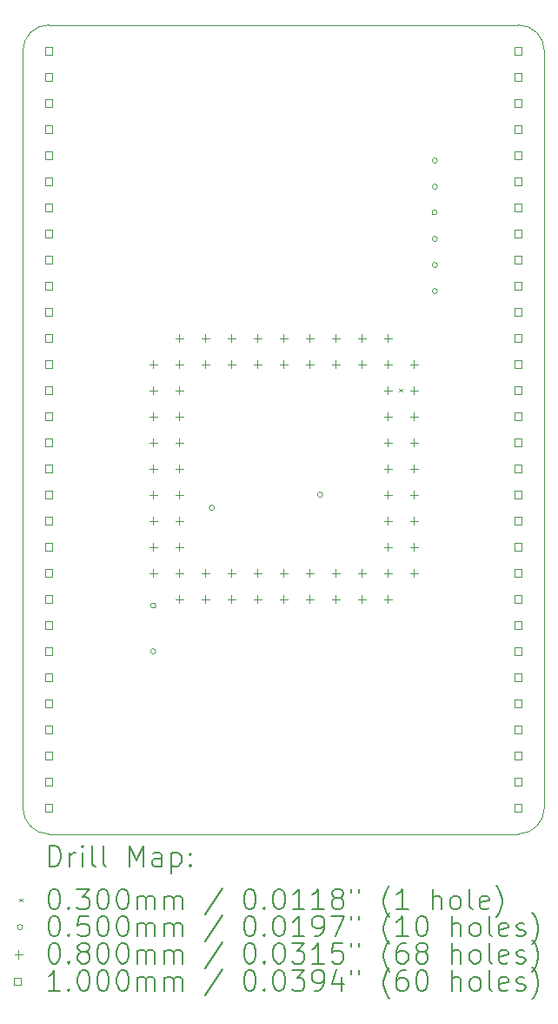
<source format=gbr>
%TF.GenerationSoftware,KiCad,Pcbnew,9.0.1*%
%TF.CreationDate,2025-04-19T16:30:46+02:00*%
%TF.ProjectId,80286,38303238-362e-46b6-9963-61645f706362,rev?*%
%TF.SameCoordinates,Original*%
%TF.FileFunction,Drillmap*%
%TF.FilePolarity,Positive*%
%FSLAX45Y45*%
G04 Gerber Fmt 4.5, Leading zero omitted, Abs format (unit mm)*
G04 Created by KiCad (PCBNEW 9.0.1) date 2025-04-19 16:30:46*
%MOMM*%
%LPD*%
G01*
G04 APERTURE LIST*
%ADD10C,0.050000*%
%ADD11C,0.200000*%
%ADD12C,0.100000*%
G04 APERTURE END LIST*
D10*
X16256000Y-19220000D02*
G75*
G02*
X16002000Y-18966000I0J254000D01*
G01*
X16256000Y-11346000D02*
X20828000Y-11346000D01*
X16002000Y-18966000D02*
X16002000Y-11600000D01*
X16256000Y-19220000D02*
X20828000Y-19220000D01*
X21082000Y-18966000D02*
G75*
G02*
X20828000Y-19220000I-254000J0D01*
G01*
X20828000Y-11346000D02*
G75*
G02*
X21082000Y-11600000I0J-254000D01*
G01*
X21082000Y-18966000D02*
X21082000Y-11600000D01*
X16002000Y-11600000D02*
G75*
G02*
X16256000Y-11346000I254000J0D01*
G01*
D11*
D12*
X19670000Y-14887000D02*
X19700000Y-14917000D01*
X19700000Y-14887000D02*
X19670000Y-14917000D01*
X17297000Y-16997500D02*
G75*
G02*
X17247000Y-16997500I-25000J0D01*
G01*
X17247000Y-16997500D02*
G75*
G02*
X17297000Y-16997500I25000J0D01*
G01*
X17297000Y-17442000D02*
G75*
G02*
X17247000Y-17442000I-25000J0D01*
G01*
X17247000Y-17442000D02*
G75*
G02*
X17297000Y-17442000I25000J0D01*
G01*
X17868500Y-16045000D02*
G75*
G02*
X17818500Y-16045000I-25000J0D01*
G01*
X17818500Y-16045000D02*
G75*
G02*
X17868500Y-16045000I25000J0D01*
G01*
X18922600Y-15918000D02*
G75*
G02*
X18872600Y-15918000I-25000J0D01*
G01*
X18872600Y-15918000D02*
G75*
G02*
X18922600Y-15918000I25000J0D01*
G01*
X20036950Y-13171550D02*
G75*
G02*
X19986950Y-13171550I-25000J0D01*
G01*
X19986950Y-13171550D02*
G75*
G02*
X20036950Y-13171550I25000J0D01*
G01*
X20040200Y-12666800D02*
G75*
G02*
X19990200Y-12666800I-25000J0D01*
G01*
X19990200Y-12666800D02*
G75*
G02*
X20040200Y-12666800I25000J0D01*
G01*
X20040200Y-12920800D02*
G75*
G02*
X19990200Y-12920800I-25000J0D01*
G01*
X19990200Y-12920800D02*
G75*
G02*
X20040200Y-12920800I25000J0D01*
G01*
X20040200Y-13428800D02*
G75*
G02*
X19990200Y-13428800I-25000J0D01*
G01*
X19990200Y-13428800D02*
G75*
G02*
X20040200Y-13428800I25000J0D01*
G01*
X20040200Y-13682800D02*
G75*
G02*
X19990200Y-13682800I-25000J0D01*
G01*
X19990200Y-13682800D02*
G75*
G02*
X20040200Y-13682800I25000J0D01*
G01*
X20040200Y-13936800D02*
G75*
G02*
X19990200Y-13936800I-25000J0D01*
G01*
X19990200Y-13936800D02*
G75*
G02*
X20040200Y-13936800I25000J0D01*
G01*
X17272000Y-14608000D02*
X17272000Y-14688000D01*
X17232000Y-14648000D02*
X17312000Y-14648000D01*
X17272000Y-14862000D02*
X17272000Y-14942000D01*
X17232000Y-14902000D02*
X17312000Y-14902000D01*
X17272000Y-15116000D02*
X17272000Y-15196000D01*
X17232000Y-15156000D02*
X17312000Y-15156000D01*
X17272000Y-15370000D02*
X17272000Y-15450000D01*
X17232000Y-15410000D02*
X17312000Y-15410000D01*
X17272000Y-15624000D02*
X17272000Y-15704000D01*
X17232000Y-15664000D02*
X17312000Y-15664000D01*
X17272000Y-15878000D02*
X17272000Y-15958000D01*
X17232000Y-15918000D02*
X17312000Y-15918000D01*
X17272000Y-16132000D02*
X17272000Y-16212000D01*
X17232000Y-16172000D02*
X17312000Y-16172000D01*
X17272000Y-16386000D02*
X17272000Y-16466000D01*
X17232000Y-16426000D02*
X17312000Y-16426000D01*
X17272000Y-16640000D02*
X17272000Y-16720000D01*
X17232000Y-16680000D02*
X17312000Y-16680000D01*
X17526000Y-14354000D02*
X17526000Y-14434000D01*
X17486000Y-14394000D02*
X17566000Y-14394000D01*
X17526000Y-14608000D02*
X17526000Y-14688000D01*
X17486000Y-14648000D02*
X17566000Y-14648000D01*
X17526000Y-14862000D02*
X17526000Y-14942000D01*
X17486000Y-14902000D02*
X17566000Y-14902000D01*
X17526000Y-15116000D02*
X17526000Y-15196000D01*
X17486000Y-15156000D02*
X17566000Y-15156000D01*
X17526000Y-15370000D02*
X17526000Y-15450000D01*
X17486000Y-15410000D02*
X17566000Y-15410000D01*
X17526000Y-15624000D02*
X17526000Y-15704000D01*
X17486000Y-15664000D02*
X17566000Y-15664000D01*
X17526000Y-15878000D02*
X17526000Y-15958000D01*
X17486000Y-15918000D02*
X17566000Y-15918000D01*
X17526000Y-16132000D02*
X17526000Y-16212000D01*
X17486000Y-16172000D02*
X17566000Y-16172000D01*
X17526000Y-16386000D02*
X17526000Y-16466000D01*
X17486000Y-16426000D02*
X17566000Y-16426000D01*
X17526000Y-16640000D02*
X17526000Y-16720000D01*
X17486000Y-16680000D02*
X17566000Y-16680000D01*
X17526000Y-16894000D02*
X17526000Y-16974000D01*
X17486000Y-16934000D02*
X17566000Y-16934000D01*
X17780000Y-14354000D02*
X17780000Y-14434000D01*
X17740000Y-14394000D02*
X17820000Y-14394000D01*
X17780000Y-14608000D02*
X17780000Y-14688000D01*
X17740000Y-14648000D02*
X17820000Y-14648000D01*
X17780000Y-16640000D02*
X17780000Y-16720000D01*
X17740000Y-16680000D02*
X17820000Y-16680000D01*
X17780000Y-16894000D02*
X17780000Y-16974000D01*
X17740000Y-16934000D02*
X17820000Y-16934000D01*
X18034000Y-14354000D02*
X18034000Y-14434000D01*
X17994000Y-14394000D02*
X18074000Y-14394000D01*
X18034000Y-14608000D02*
X18034000Y-14688000D01*
X17994000Y-14648000D02*
X18074000Y-14648000D01*
X18034000Y-16640000D02*
X18034000Y-16720000D01*
X17994000Y-16680000D02*
X18074000Y-16680000D01*
X18034000Y-16894000D02*
X18034000Y-16974000D01*
X17994000Y-16934000D02*
X18074000Y-16934000D01*
X18288000Y-14354000D02*
X18288000Y-14434000D01*
X18248000Y-14394000D02*
X18328000Y-14394000D01*
X18288000Y-14608000D02*
X18288000Y-14688000D01*
X18248000Y-14648000D02*
X18328000Y-14648000D01*
X18288000Y-16640000D02*
X18288000Y-16720000D01*
X18248000Y-16680000D02*
X18328000Y-16680000D01*
X18288000Y-16894000D02*
X18288000Y-16974000D01*
X18248000Y-16934000D02*
X18328000Y-16934000D01*
X18542000Y-14354000D02*
X18542000Y-14434000D01*
X18502000Y-14394000D02*
X18582000Y-14394000D01*
X18542000Y-14608000D02*
X18542000Y-14688000D01*
X18502000Y-14648000D02*
X18582000Y-14648000D01*
X18542000Y-16640000D02*
X18542000Y-16720000D01*
X18502000Y-16680000D02*
X18582000Y-16680000D01*
X18542000Y-16894000D02*
X18542000Y-16974000D01*
X18502000Y-16934000D02*
X18582000Y-16934000D01*
X18796000Y-14354000D02*
X18796000Y-14434000D01*
X18756000Y-14394000D02*
X18836000Y-14394000D01*
X18796000Y-14608000D02*
X18796000Y-14688000D01*
X18756000Y-14648000D02*
X18836000Y-14648000D01*
X18796000Y-16640000D02*
X18796000Y-16720000D01*
X18756000Y-16680000D02*
X18836000Y-16680000D01*
X18796000Y-16894000D02*
X18796000Y-16974000D01*
X18756000Y-16934000D02*
X18836000Y-16934000D01*
X19050000Y-14354000D02*
X19050000Y-14434000D01*
X19010000Y-14394000D02*
X19090000Y-14394000D01*
X19050000Y-14608000D02*
X19050000Y-14688000D01*
X19010000Y-14648000D02*
X19090000Y-14648000D01*
X19050000Y-16640000D02*
X19050000Y-16720000D01*
X19010000Y-16680000D02*
X19090000Y-16680000D01*
X19050000Y-16894000D02*
X19050000Y-16974000D01*
X19010000Y-16934000D02*
X19090000Y-16934000D01*
X19304000Y-14354000D02*
X19304000Y-14434000D01*
X19264000Y-14394000D02*
X19344000Y-14394000D01*
X19304000Y-14608000D02*
X19304000Y-14688000D01*
X19264000Y-14648000D02*
X19344000Y-14648000D01*
X19304000Y-16640000D02*
X19304000Y-16720000D01*
X19264000Y-16680000D02*
X19344000Y-16680000D01*
X19304000Y-16894000D02*
X19304000Y-16974000D01*
X19264000Y-16934000D02*
X19344000Y-16934000D01*
X19558000Y-14354000D02*
X19558000Y-14434000D01*
X19518000Y-14394000D02*
X19598000Y-14394000D01*
X19558000Y-14608000D02*
X19558000Y-14688000D01*
X19518000Y-14648000D02*
X19598000Y-14648000D01*
X19558000Y-14862000D02*
X19558000Y-14942000D01*
X19518000Y-14902000D02*
X19598000Y-14902000D01*
X19558000Y-15116000D02*
X19558000Y-15196000D01*
X19518000Y-15156000D02*
X19598000Y-15156000D01*
X19558000Y-15370000D02*
X19558000Y-15450000D01*
X19518000Y-15410000D02*
X19598000Y-15410000D01*
X19558000Y-15624000D02*
X19558000Y-15704000D01*
X19518000Y-15664000D02*
X19598000Y-15664000D01*
X19558000Y-15878000D02*
X19558000Y-15958000D01*
X19518000Y-15918000D02*
X19598000Y-15918000D01*
X19558000Y-16132000D02*
X19558000Y-16212000D01*
X19518000Y-16172000D02*
X19598000Y-16172000D01*
X19558000Y-16386000D02*
X19558000Y-16466000D01*
X19518000Y-16426000D02*
X19598000Y-16426000D01*
X19558000Y-16640000D02*
X19558000Y-16720000D01*
X19518000Y-16680000D02*
X19598000Y-16680000D01*
X19558000Y-16894000D02*
X19558000Y-16974000D01*
X19518000Y-16934000D02*
X19598000Y-16934000D01*
X19812000Y-14608000D02*
X19812000Y-14688000D01*
X19772000Y-14648000D02*
X19852000Y-14648000D01*
X19812000Y-14862000D02*
X19812000Y-14942000D01*
X19772000Y-14902000D02*
X19852000Y-14902000D01*
X19812000Y-15116000D02*
X19812000Y-15196000D01*
X19772000Y-15156000D02*
X19852000Y-15156000D01*
X19812000Y-15370000D02*
X19812000Y-15450000D01*
X19772000Y-15410000D02*
X19852000Y-15410000D01*
X19812000Y-15624000D02*
X19812000Y-15704000D01*
X19772000Y-15664000D02*
X19852000Y-15664000D01*
X19812000Y-15878000D02*
X19812000Y-15958000D01*
X19772000Y-15918000D02*
X19852000Y-15918000D01*
X19812000Y-16132000D02*
X19812000Y-16212000D01*
X19772000Y-16172000D02*
X19852000Y-16172000D01*
X19812000Y-16386000D02*
X19812000Y-16466000D01*
X19772000Y-16426000D02*
X19852000Y-16426000D01*
X19812000Y-16640000D02*
X19812000Y-16720000D01*
X19772000Y-16680000D02*
X19852000Y-16680000D01*
X16291356Y-11635356D02*
X16291356Y-11564644D01*
X16220644Y-11564644D01*
X16220644Y-11635356D01*
X16291356Y-11635356D01*
X16291356Y-11889356D02*
X16291356Y-11818644D01*
X16220644Y-11818644D01*
X16220644Y-11889356D01*
X16291356Y-11889356D01*
X16291356Y-12143356D02*
X16291356Y-12072644D01*
X16220644Y-12072644D01*
X16220644Y-12143356D01*
X16291356Y-12143356D01*
X16291356Y-12397356D02*
X16291356Y-12326644D01*
X16220644Y-12326644D01*
X16220644Y-12397356D01*
X16291356Y-12397356D01*
X16291356Y-12651356D02*
X16291356Y-12580644D01*
X16220644Y-12580644D01*
X16220644Y-12651356D01*
X16291356Y-12651356D01*
X16291356Y-12905356D02*
X16291356Y-12834644D01*
X16220644Y-12834644D01*
X16220644Y-12905356D01*
X16291356Y-12905356D01*
X16291356Y-13159356D02*
X16291356Y-13088644D01*
X16220644Y-13088644D01*
X16220644Y-13159356D01*
X16291356Y-13159356D01*
X16291356Y-13413356D02*
X16291356Y-13342644D01*
X16220644Y-13342644D01*
X16220644Y-13413356D01*
X16291356Y-13413356D01*
X16291356Y-13667356D02*
X16291356Y-13596644D01*
X16220644Y-13596644D01*
X16220644Y-13667356D01*
X16291356Y-13667356D01*
X16291356Y-13921356D02*
X16291356Y-13850644D01*
X16220644Y-13850644D01*
X16220644Y-13921356D01*
X16291356Y-13921356D01*
X16291356Y-14175356D02*
X16291356Y-14104644D01*
X16220644Y-14104644D01*
X16220644Y-14175356D01*
X16291356Y-14175356D01*
X16291356Y-14429356D02*
X16291356Y-14358644D01*
X16220644Y-14358644D01*
X16220644Y-14429356D01*
X16291356Y-14429356D01*
X16291356Y-14683356D02*
X16291356Y-14612644D01*
X16220644Y-14612644D01*
X16220644Y-14683356D01*
X16291356Y-14683356D01*
X16291356Y-14937356D02*
X16291356Y-14866644D01*
X16220644Y-14866644D01*
X16220644Y-14937356D01*
X16291356Y-14937356D01*
X16291356Y-15191356D02*
X16291356Y-15120644D01*
X16220644Y-15120644D01*
X16220644Y-15191356D01*
X16291356Y-15191356D01*
X16291356Y-15445356D02*
X16291356Y-15374644D01*
X16220644Y-15374644D01*
X16220644Y-15445356D01*
X16291356Y-15445356D01*
X16291356Y-15699356D02*
X16291356Y-15628644D01*
X16220644Y-15628644D01*
X16220644Y-15699356D01*
X16291356Y-15699356D01*
X16291356Y-15953356D02*
X16291356Y-15882644D01*
X16220644Y-15882644D01*
X16220644Y-15953356D01*
X16291356Y-15953356D01*
X16291356Y-16207356D02*
X16291356Y-16136644D01*
X16220644Y-16136644D01*
X16220644Y-16207356D01*
X16291356Y-16207356D01*
X16291356Y-16461356D02*
X16291356Y-16390644D01*
X16220644Y-16390644D01*
X16220644Y-16461356D01*
X16291356Y-16461356D01*
X16291356Y-16715356D02*
X16291356Y-16644644D01*
X16220644Y-16644644D01*
X16220644Y-16715356D01*
X16291356Y-16715356D01*
X16291356Y-16969356D02*
X16291356Y-16898644D01*
X16220644Y-16898644D01*
X16220644Y-16969356D01*
X16291356Y-16969356D01*
X16291356Y-17223356D02*
X16291356Y-17152644D01*
X16220644Y-17152644D01*
X16220644Y-17223356D01*
X16291356Y-17223356D01*
X16291356Y-17477356D02*
X16291356Y-17406644D01*
X16220644Y-17406644D01*
X16220644Y-17477356D01*
X16291356Y-17477356D01*
X16291356Y-17731356D02*
X16291356Y-17660644D01*
X16220644Y-17660644D01*
X16220644Y-17731356D01*
X16291356Y-17731356D01*
X16291356Y-17985356D02*
X16291356Y-17914644D01*
X16220644Y-17914644D01*
X16220644Y-17985356D01*
X16291356Y-17985356D01*
X16291356Y-18239356D02*
X16291356Y-18168644D01*
X16220644Y-18168644D01*
X16220644Y-18239356D01*
X16291356Y-18239356D01*
X16291356Y-18493356D02*
X16291356Y-18422644D01*
X16220644Y-18422644D01*
X16220644Y-18493356D01*
X16291356Y-18493356D01*
X16291356Y-18747356D02*
X16291356Y-18676644D01*
X16220644Y-18676644D01*
X16220644Y-18747356D01*
X16291356Y-18747356D01*
X16291356Y-19001356D02*
X16291356Y-18930644D01*
X16220644Y-18930644D01*
X16220644Y-19001356D01*
X16291356Y-19001356D01*
X20863356Y-11635356D02*
X20863356Y-11564644D01*
X20792644Y-11564644D01*
X20792644Y-11635356D01*
X20863356Y-11635356D01*
X20863356Y-11889356D02*
X20863356Y-11818644D01*
X20792644Y-11818644D01*
X20792644Y-11889356D01*
X20863356Y-11889356D01*
X20863356Y-12143356D02*
X20863356Y-12072644D01*
X20792644Y-12072644D01*
X20792644Y-12143356D01*
X20863356Y-12143356D01*
X20863356Y-12397356D02*
X20863356Y-12326644D01*
X20792644Y-12326644D01*
X20792644Y-12397356D01*
X20863356Y-12397356D01*
X20863356Y-12651356D02*
X20863356Y-12580644D01*
X20792644Y-12580644D01*
X20792644Y-12651356D01*
X20863356Y-12651356D01*
X20863356Y-12905356D02*
X20863356Y-12834644D01*
X20792644Y-12834644D01*
X20792644Y-12905356D01*
X20863356Y-12905356D01*
X20863356Y-13159356D02*
X20863356Y-13088644D01*
X20792644Y-13088644D01*
X20792644Y-13159356D01*
X20863356Y-13159356D01*
X20863356Y-13413356D02*
X20863356Y-13342644D01*
X20792644Y-13342644D01*
X20792644Y-13413356D01*
X20863356Y-13413356D01*
X20863356Y-13667356D02*
X20863356Y-13596644D01*
X20792644Y-13596644D01*
X20792644Y-13667356D01*
X20863356Y-13667356D01*
X20863356Y-13921356D02*
X20863356Y-13850644D01*
X20792644Y-13850644D01*
X20792644Y-13921356D01*
X20863356Y-13921356D01*
X20863356Y-14175356D02*
X20863356Y-14104644D01*
X20792644Y-14104644D01*
X20792644Y-14175356D01*
X20863356Y-14175356D01*
X20863356Y-14429356D02*
X20863356Y-14358644D01*
X20792644Y-14358644D01*
X20792644Y-14429356D01*
X20863356Y-14429356D01*
X20863356Y-14683356D02*
X20863356Y-14612644D01*
X20792644Y-14612644D01*
X20792644Y-14683356D01*
X20863356Y-14683356D01*
X20863356Y-14937356D02*
X20863356Y-14866644D01*
X20792644Y-14866644D01*
X20792644Y-14937356D01*
X20863356Y-14937356D01*
X20863356Y-15191356D02*
X20863356Y-15120644D01*
X20792644Y-15120644D01*
X20792644Y-15191356D01*
X20863356Y-15191356D01*
X20863356Y-15445356D02*
X20863356Y-15374644D01*
X20792644Y-15374644D01*
X20792644Y-15445356D01*
X20863356Y-15445356D01*
X20863356Y-15699356D02*
X20863356Y-15628644D01*
X20792644Y-15628644D01*
X20792644Y-15699356D01*
X20863356Y-15699356D01*
X20863356Y-15953356D02*
X20863356Y-15882644D01*
X20792644Y-15882644D01*
X20792644Y-15953356D01*
X20863356Y-15953356D01*
X20863356Y-16207356D02*
X20863356Y-16136644D01*
X20792644Y-16136644D01*
X20792644Y-16207356D01*
X20863356Y-16207356D01*
X20863356Y-16461356D02*
X20863356Y-16390644D01*
X20792644Y-16390644D01*
X20792644Y-16461356D01*
X20863356Y-16461356D01*
X20863356Y-16715356D02*
X20863356Y-16644644D01*
X20792644Y-16644644D01*
X20792644Y-16715356D01*
X20863356Y-16715356D01*
X20863356Y-16969356D02*
X20863356Y-16898644D01*
X20792644Y-16898644D01*
X20792644Y-16969356D01*
X20863356Y-16969356D01*
X20863356Y-17223356D02*
X20863356Y-17152644D01*
X20792644Y-17152644D01*
X20792644Y-17223356D01*
X20863356Y-17223356D01*
X20863356Y-17477356D02*
X20863356Y-17406644D01*
X20792644Y-17406644D01*
X20792644Y-17477356D01*
X20863356Y-17477356D01*
X20863356Y-17731356D02*
X20863356Y-17660644D01*
X20792644Y-17660644D01*
X20792644Y-17731356D01*
X20863356Y-17731356D01*
X20863356Y-17985356D02*
X20863356Y-17914644D01*
X20792644Y-17914644D01*
X20792644Y-17985356D01*
X20863356Y-17985356D01*
X20863356Y-18239356D02*
X20863356Y-18168644D01*
X20792644Y-18168644D01*
X20792644Y-18239356D01*
X20863356Y-18239356D01*
X20863356Y-18493356D02*
X20863356Y-18422644D01*
X20792644Y-18422644D01*
X20792644Y-18493356D01*
X20863356Y-18493356D01*
X20863356Y-18747356D02*
X20863356Y-18676644D01*
X20792644Y-18676644D01*
X20792644Y-18747356D01*
X20863356Y-18747356D01*
X20863356Y-19001356D02*
X20863356Y-18930644D01*
X20792644Y-18930644D01*
X20792644Y-19001356D01*
X20863356Y-19001356D01*
D11*
X16260277Y-19533984D02*
X16260277Y-19333984D01*
X16260277Y-19333984D02*
X16307896Y-19333984D01*
X16307896Y-19333984D02*
X16336467Y-19343508D01*
X16336467Y-19343508D02*
X16355515Y-19362555D01*
X16355515Y-19362555D02*
X16365039Y-19381603D01*
X16365039Y-19381603D02*
X16374562Y-19419698D01*
X16374562Y-19419698D02*
X16374562Y-19448270D01*
X16374562Y-19448270D02*
X16365039Y-19486365D01*
X16365039Y-19486365D02*
X16355515Y-19505412D01*
X16355515Y-19505412D02*
X16336467Y-19524460D01*
X16336467Y-19524460D02*
X16307896Y-19533984D01*
X16307896Y-19533984D02*
X16260277Y-19533984D01*
X16460277Y-19533984D02*
X16460277Y-19400650D01*
X16460277Y-19438746D02*
X16469801Y-19419698D01*
X16469801Y-19419698D02*
X16479324Y-19410174D01*
X16479324Y-19410174D02*
X16498372Y-19400650D01*
X16498372Y-19400650D02*
X16517420Y-19400650D01*
X16584086Y-19533984D02*
X16584086Y-19400650D01*
X16584086Y-19333984D02*
X16574562Y-19343508D01*
X16574562Y-19343508D02*
X16584086Y-19353031D01*
X16584086Y-19353031D02*
X16593610Y-19343508D01*
X16593610Y-19343508D02*
X16584086Y-19333984D01*
X16584086Y-19333984D02*
X16584086Y-19353031D01*
X16707896Y-19533984D02*
X16688848Y-19524460D01*
X16688848Y-19524460D02*
X16679324Y-19505412D01*
X16679324Y-19505412D02*
X16679324Y-19333984D01*
X16812658Y-19533984D02*
X16793610Y-19524460D01*
X16793610Y-19524460D02*
X16784086Y-19505412D01*
X16784086Y-19505412D02*
X16784086Y-19333984D01*
X17041229Y-19533984D02*
X17041229Y-19333984D01*
X17041229Y-19333984D02*
X17107896Y-19476841D01*
X17107896Y-19476841D02*
X17174563Y-19333984D01*
X17174563Y-19333984D02*
X17174563Y-19533984D01*
X17355515Y-19533984D02*
X17355515Y-19429222D01*
X17355515Y-19429222D02*
X17345991Y-19410174D01*
X17345991Y-19410174D02*
X17326944Y-19400650D01*
X17326944Y-19400650D02*
X17288848Y-19400650D01*
X17288848Y-19400650D02*
X17269801Y-19410174D01*
X17355515Y-19524460D02*
X17336467Y-19533984D01*
X17336467Y-19533984D02*
X17288848Y-19533984D01*
X17288848Y-19533984D02*
X17269801Y-19524460D01*
X17269801Y-19524460D02*
X17260277Y-19505412D01*
X17260277Y-19505412D02*
X17260277Y-19486365D01*
X17260277Y-19486365D02*
X17269801Y-19467317D01*
X17269801Y-19467317D02*
X17288848Y-19457793D01*
X17288848Y-19457793D02*
X17336467Y-19457793D01*
X17336467Y-19457793D02*
X17355515Y-19448270D01*
X17450753Y-19400650D02*
X17450753Y-19600650D01*
X17450753Y-19410174D02*
X17469801Y-19400650D01*
X17469801Y-19400650D02*
X17507896Y-19400650D01*
X17507896Y-19400650D02*
X17526944Y-19410174D01*
X17526944Y-19410174D02*
X17536467Y-19419698D01*
X17536467Y-19419698D02*
X17545991Y-19438746D01*
X17545991Y-19438746D02*
X17545991Y-19495889D01*
X17545991Y-19495889D02*
X17536467Y-19514936D01*
X17536467Y-19514936D02*
X17526944Y-19524460D01*
X17526944Y-19524460D02*
X17507896Y-19533984D01*
X17507896Y-19533984D02*
X17469801Y-19533984D01*
X17469801Y-19533984D02*
X17450753Y-19524460D01*
X17631705Y-19514936D02*
X17641229Y-19524460D01*
X17641229Y-19524460D02*
X17631705Y-19533984D01*
X17631705Y-19533984D02*
X17622182Y-19524460D01*
X17622182Y-19524460D02*
X17631705Y-19514936D01*
X17631705Y-19514936D02*
X17631705Y-19533984D01*
X17631705Y-19410174D02*
X17641229Y-19419698D01*
X17641229Y-19419698D02*
X17631705Y-19429222D01*
X17631705Y-19429222D02*
X17622182Y-19419698D01*
X17622182Y-19419698D02*
X17631705Y-19410174D01*
X17631705Y-19410174D02*
X17631705Y-19429222D01*
D12*
X15969500Y-19847500D02*
X15999500Y-19877500D01*
X15999500Y-19847500D02*
X15969500Y-19877500D01*
D11*
X16298372Y-19753984D02*
X16317420Y-19753984D01*
X16317420Y-19753984D02*
X16336467Y-19763508D01*
X16336467Y-19763508D02*
X16345991Y-19773031D01*
X16345991Y-19773031D02*
X16355515Y-19792079D01*
X16355515Y-19792079D02*
X16365039Y-19830174D01*
X16365039Y-19830174D02*
X16365039Y-19877793D01*
X16365039Y-19877793D02*
X16355515Y-19915889D01*
X16355515Y-19915889D02*
X16345991Y-19934936D01*
X16345991Y-19934936D02*
X16336467Y-19944460D01*
X16336467Y-19944460D02*
X16317420Y-19953984D01*
X16317420Y-19953984D02*
X16298372Y-19953984D01*
X16298372Y-19953984D02*
X16279324Y-19944460D01*
X16279324Y-19944460D02*
X16269801Y-19934936D01*
X16269801Y-19934936D02*
X16260277Y-19915889D01*
X16260277Y-19915889D02*
X16250753Y-19877793D01*
X16250753Y-19877793D02*
X16250753Y-19830174D01*
X16250753Y-19830174D02*
X16260277Y-19792079D01*
X16260277Y-19792079D02*
X16269801Y-19773031D01*
X16269801Y-19773031D02*
X16279324Y-19763508D01*
X16279324Y-19763508D02*
X16298372Y-19753984D01*
X16450753Y-19934936D02*
X16460277Y-19944460D01*
X16460277Y-19944460D02*
X16450753Y-19953984D01*
X16450753Y-19953984D02*
X16441229Y-19944460D01*
X16441229Y-19944460D02*
X16450753Y-19934936D01*
X16450753Y-19934936D02*
X16450753Y-19953984D01*
X16526943Y-19753984D02*
X16650753Y-19753984D01*
X16650753Y-19753984D02*
X16584086Y-19830174D01*
X16584086Y-19830174D02*
X16612658Y-19830174D01*
X16612658Y-19830174D02*
X16631705Y-19839698D01*
X16631705Y-19839698D02*
X16641229Y-19849222D01*
X16641229Y-19849222D02*
X16650753Y-19868270D01*
X16650753Y-19868270D02*
X16650753Y-19915889D01*
X16650753Y-19915889D02*
X16641229Y-19934936D01*
X16641229Y-19934936D02*
X16631705Y-19944460D01*
X16631705Y-19944460D02*
X16612658Y-19953984D01*
X16612658Y-19953984D02*
X16555515Y-19953984D01*
X16555515Y-19953984D02*
X16536467Y-19944460D01*
X16536467Y-19944460D02*
X16526943Y-19934936D01*
X16774562Y-19753984D02*
X16793610Y-19753984D01*
X16793610Y-19753984D02*
X16812658Y-19763508D01*
X16812658Y-19763508D02*
X16822182Y-19773031D01*
X16822182Y-19773031D02*
X16831705Y-19792079D01*
X16831705Y-19792079D02*
X16841229Y-19830174D01*
X16841229Y-19830174D02*
X16841229Y-19877793D01*
X16841229Y-19877793D02*
X16831705Y-19915889D01*
X16831705Y-19915889D02*
X16822182Y-19934936D01*
X16822182Y-19934936D02*
X16812658Y-19944460D01*
X16812658Y-19944460D02*
X16793610Y-19953984D01*
X16793610Y-19953984D02*
X16774562Y-19953984D01*
X16774562Y-19953984D02*
X16755515Y-19944460D01*
X16755515Y-19944460D02*
X16745991Y-19934936D01*
X16745991Y-19934936D02*
X16736467Y-19915889D01*
X16736467Y-19915889D02*
X16726943Y-19877793D01*
X16726943Y-19877793D02*
X16726943Y-19830174D01*
X16726943Y-19830174D02*
X16736467Y-19792079D01*
X16736467Y-19792079D02*
X16745991Y-19773031D01*
X16745991Y-19773031D02*
X16755515Y-19763508D01*
X16755515Y-19763508D02*
X16774562Y-19753984D01*
X16965039Y-19753984D02*
X16984086Y-19753984D01*
X16984086Y-19753984D02*
X17003134Y-19763508D01*
X17003134Y-19763508D02*
X17012658Y-19773031D01*
X17012658Y-19773031D02*
X17022182Y-19792079D01*
X17022182Y-19792079D02*
X17031705Y-19830174D01*
X17031705Y-19830174D02*
X17031705Y-19877793D01*
X17031705Y-19877793D02*
X17022182Y-19915889D01*
X17022182Y-19915889D02*
X17012658Y-19934936D01*
X17012658Y-19934936D02*
X17003134Y-19944460D01*
X17003134Y-19944460D02*
X16984086Y-19953984D01*
X16984086Y-19953984D02*
X16965039Y-19953984D01*
X16965039Y-19953984D02*
X16945991Y-19944460D01*
X16945991Y-19944460D02*
X16936467Y-19934936D01*
X16936467Y-19934936D02*
X16926944Y-19915889D01*
X16926944Y-19915889D02*
X16917420Y-19877793D01*
X16917420Y-19877793D02*
X16917420Y-19830174D01*
X16917420Y-19830174D02*
X16926944Y-19792079D01*
X16926944Y-19792079D02*
X16936467Y-19773031D01*
X16936467Y-19773031D02*
X16945991Y-19763508D01*
X16945991Y-19763508D02*
X16965039Y-19753984D01*
X17117420Y-19953984D02*
X17117420Y-19820650D01*
X17117420Y-19839698D02*
X17126944Y-19830174D01*
X17126944Y-19830174D02*
X17145991Y-19820650D01*
X17145991Y-19820650D02*
X17174563Y-19820650D01*
X17174563Y-19820650D02*
X17193610Y-19830174D01*
X17193610Y-19830174D02*
X17203134Y-19849222D01*
X17203134Y-19849222D02*
X17203134Y-19953984D01*
X17203134Y-19849222D02*
X17212658Y-19830174D01*
X17212658Y-19830174D02*
X17231705Y-19820650D01*
X17231705Y-19820650D02*
X17260277Y-19820650D01*
X17260277Y-19820650D02*
X17279325Y-19830174D01*
X17279325Y-19830174D02*
X17288848Y-19849222D01*
X17288848Y-19849222D02*
X17288848Y-19953984D01*
X17384086Y-19953984D02*
X17384086Y-19820650D01*
X17384086Y-19839698D02*
X17393610Y-19830174D01*
X17393610Y-19830174D02*
X17412658Y-19820650D01*
X17412658Y-19820650D02*
X17441229Y-19820650D01*
X17441229Y-19820650D02*
X17460277Y-19830174D01*
X17460277Y-19830174D02*
X17469801Y-19849222D01*
X17469801Y-19849222D02*
X17469801Y-19953984D01*
X17469801Y-19849222D02*
X17479325Y-19830174D01*
X17479325Y-19830174D02*
X17498372Y-19820650D01*
X17498372Y-19820650D02*
X17526944Y-19820650D01*
X17526944Y-19820650D02*
X17545991Y-19830174D01*
X17545991Y-19830174D02*
X17555515Y-19849222D01*
X17555515Y-19849222D02*
X17555515Y-19953984D01*
X17945991Y-19744460D02*
X17774563Y-20001603D01*
X18203134Y-19753984D02*
X18222182Y-19753984D01*
X18222182Y-19753984D02*
X18241229Y-19763508D01*
X18241229Y-19763508D02*
X18250753Y-19773031D01*
X18250753Y-19773031D02*
X18260277Y-19792079D01*
X18260277Y-19792079D02*
X18269801Y-19830174D01*
X18269801Y-19830174D02*
X18269801Y-19877793D01*
X18269801Y-19877793D02*
X18260277Y-19915889D01*
X18260277Y-19915889D02*
X18250753Y-19934936D01*
X18250753Y-19934936D02*
X18241229Y-19944460D01*
X18241229Y-19944460D02*
X18222182Y-19953984D01*
X18222182Y-19953984D02*
X18203134Y-19953984D01*
X18203134Y-19953984D02*
X18184087Y-19944460D01*
X18184087Y-19944460D02*
X18174563Y-19934936D01*
X18174563Y-19934936D02*
X18165039Y-19915889D01*
X18165039Y-19915889D02*
X18155515Y-19877793D01*
X18155515Y-19877793D02*
X18155515Y-19830174D01*
X18155515Y-19830174D02*
X18165039Y-19792079D01*
X18165039Y-19792079D02*
X18174563Y-19773031D01*
X18174563Y-19773031D02*
X18184087Y-19763508D01*
X18184087Y-19763508D02*
X18203134Y-19753984D01*
X18355515Y-19934936D02*
X18365039Y-19944460D01*
X18365039Y-19944460D02*
X18355515Y-19953984D01*
X18355515Y-19953984D02*
X18345991Y-19944460D01*
X18345991Y-19944460D02*
X18355515Y-19934936D01*
X18355515Y-19934936D02*
X18355515Y-19953984D01*
X18488848Y-19753984D02*
X18507896Y-19753984D01*
X18507896Y-19753984D02*
X18526944Y-19763508D01*
X18526944Y-19763508D02*
X18536468Y-19773031D01*
X18536468Y-19773031D02*
X18545991Y-19792079D01*
X18545991Y-19792079D02*
X18555515Y-19830174D01*
X18555515Y-19830174D02*
X18555515Y-19877793D01*
X18555515Y-19877793D02*
X18545991Y-19915889D01*
X18545991Y-19915889D02*
X18536468Y-19934936D01*
X18536468Y-19934936D02*
X18526944Y-19944460D01*
X18526944Y-19944460D02*
X18507896Y-19953984D01*
X18507896Y-19953984D02*
X18488848Y-19953984D01*
X18488848Y-19953984D02*
X18469801Y-19944460D01*
X18469801Y-19944460D02*
X18460277Y-19934936D01*
X18460277Y-19934936D02*
X18450753Y-19915889D01*
X18450753Y-19915889D02*
X18441229Y-19877793D01*
X18441229Y-19877793D02*
X18441229Y-19830174D01*
X18441229Y-19830174D02*
X18450753Y-19792079D01*
X18450753Y-19792079D02*
X18460277Y-19773031D01*
X18460277Y-19773031D02*
X18469801Y-19763508D01*
X18469801Y-19763508D02*
X18488848Y-19753984D01*
X18745991Y-19953984D02*
X18631706Y-19953984D01*
X18688848Y-19953984D02*
X18688848Y-19753984D01*
X18688848Y-19753984D02*
X18669801Y-19782555D01*
X18669801Y-19782555D02*
X18650753Y-19801603D01*
X18650753Y-19801603D02*
X18631706Y-19811127D01*
X18936468Y-19953984D02*
X18822182Y-19953984D01*
X18879325Y-19953984D02*
X18879325Y-19753984D01*
X18879325Y-19753984D02*
X18860277Y-19782555D01*
X18860277Y-19782555D02*
X18841229Y-19801603D01*
X18841229Y-19801603D02*
X18822182Y-19811127D01*
X19050753Y-19839698D02*
X19031706Y-19830174D01*
X19031706Y-19830174D02*
X19022182Y-19820650D01*
X19022182Y-19820650D02*
X19012658Y-19801603D01*
X19012658Y-19801603D02*
X19012658Y-19792079D01*
X19012658Y-19792079D02*
X19022182Y-19773031D01*
X19022182Y-19773031D02*
X19031706Y-19763508D01*
X19031706Y-19763508D02*
X19050753Y-19753984D01*
X19050753Y-19753984D02*
X19088849Y-19753984D01*
X19088849Y-19753984D02*
X19107896Y-19763508D01*
X19107896Y-19763508D02*
X19117420Y-19773031D01*
X19117420Y-19773031D02*
X19126944Y-19792079D01*
X19126944Y-19792079D02*
X19126944Y-19801603D01*
X19126944Y-19801603D02*
X19117420Y-19820650D01*
X19117420Y-19820650D02*
X19107896Y-19830174D01*
X19107896Y-19830174D02*
X19088849Y-19839698D01*
X19088849Y-19839698D02*
X19050753Y-19839698D01*
X19050753Y-19839698D02*
X19031706Y-19849222D01*
X19031706Y-19849222D02*
X19022182Y-19858746D01*
X19022182Y-19858746D02*
X19012658Y-19877793D01*
X19012658Y-19877793D02*
X19012658Y-19915889D01*
X19012658Y-19915889D02*
X19022182Y-19934936D01*
X19022182Y-19934936D02*
X19031706Y-19944460D01*
X19031706Y-19944460D02*
X19050753Y-19953984D01*
X19050753Y-19953984D02*
X19088849Y-19953984D01*
X19088849Y-19953984D02*
X19107896Y-19944460D01*
X19107896Y-19944460D02*
X19117420Y-19934936D01*
X19117420Y-19934936D02*
X19126944Y-19915889D01*
X19126944Y-19915889D02*
X19126944Y-19877793D01*
X19126944Y-19877793D02*
X19117420Y-19858746D01*
X19117420Y-19858746D02*
X19107896Y-19849222D01*
X19107896Y-19849222D02*
X19088849Y-19839698D01*
X19203134Y-19753984D02*
X19203134Y-19792079D01*
X19279325Y-19753984D02*
X19279325Y-19792079D01*
X19574563Y-20030174D02*
X19565039Y-20020650D01*
X19565039Y-20020650D02*
X19545991Y-19992079D01*
X19545991Y-19992079D02*
X19536468Y-19973031D01*
X19536468Y-19973031D02*
X19526944Y-19944460D01*
X19526944Y-19944460D02*
X19517420Y-19896841D01*
X19517420Y-19896841D02*
X19517420Y-19858746D01*
X19517420Y-19858746D02*
X19526944Y-19811127D01*
X19526944Y-19811127D02*
X19536468Y-19782555D01*
X19536468Y-19782555D02*
X19545991Y-19763508D01*
X19545991Y-19763508D02*
X19565039Y-19734936D01*
X19565039Y-19734936D02*
X19574563Y-19725412D01*
X19755515Y-19953984D02*
X19641230Y-19953984D01*
X19698372Y-19953984D02*
X19698372Y-19753984D01*
X19698372Y-19753984D02*
X19679325Y-19782555D01*
X19679325Y-19782555D02*
X19660277Y-19801603D01*
X19660277Y-19801603D02*
X19641230Y-19811127D01*
X19993611Y-19953984D02*
X19993611Y-19753984D01*
X20079325Y-19953984D02*
X20079325Y-19849222D01*
X20079325Y-19849222D02*
X20069801Y-19830174D01*
X20069801Y-19830174D02*
X20050753Y-19820650D01*
X20050753Y-19820650D02*
X20022182Y-19820650D01*
X20022182Y-19820650D02*
X20003134Y-19830174D01*
X20003134Y-19830174D02*
X19993611Y-19839698D01*
X20203134Y-19953984D02*
X20184087Y-19944460D01*
X20184087Y-19944460D02*
X20174563Y-19934936D01*
X20174563Y-19934936D02*
X20165039Y-19915889D01*
X20165039Y-19915889D02*
X20165039Y-19858746D01*
X20165039Y-19858746D02*
X20174563Y-19839698D01*
X20174563Y-19839698D02*
X20184087Y-19830174D01*
X20184087Y-19830174D02*
X20203134Y-19820650D01*
X20203134Y-19820650D02*
X20231706Y-19820650D01*
X20231706Y-19820650D02*
X20250753Y-19830174D01*
X20250753Y-19830174D02*
X20260277Y-19839698D01*
X20260277Y-19839698D02*
X20269801Y-19858746D01*
X20269801Y-19858746D02*
X20269801Y-19915889D01*
X20269801Y-19915889D02*
X20260277Y-19934936D01*
X20260277Y-19934936D02*
X20250753Y-19944460D01*
X20250753Y-19944460D02*
X20231706Y-19953984D01*
X20231706Y-19953984D02*
X20203134Y-19953984D01*
X20384087Y-19953984D02*
X20365039Y-19944460D01*
X20365039Y-19944460D02*
X20355515Y-19925412D01*
X20355515Y-19925412D02*
X20355515Y-19753984D01*
X20536468Y-19944460D02*
X20517420Y-19953984D01*
X20517420Y-19953984D02*
X20479325Y-19953984D01*
X20479325Y-19953984D02*
X20460277Y-19944460D01*
X20460277Y-19944460D02*
X20450753Y-19925412D01*
X20450753Y-19925412D02*
X20450753Y-19849222D01*
X20450753Y-19849222D02*
X20460277Y-19830174D01*
X20460277Y-19830174D02*
X20479325Y-19820650D01*
X20479325Y-19820650D02*
X20517420Y-19820650D01*
X20517420Y-19820650D02*
X20536468Y-19830174D01*
X20536468Y-19830174D02*
X20545992Y-19849222D01*
X20545992Y-19849222D02*
X20545992Y-19868270D01*
X20545992Y-19868270D02*
X20450753Y-19887317D01*
X20612658Y-20030174D02*
X20622182Y-20020650D01*
X20622182Y-20020650D02*
X20641230Y-19992079D01*
X20641230Y-19992079D02*
X20650753Y-19973031D01*
X20650753Y-19973031D02*
X20660277Y-19944460D01*
X20660277Y-19944460D02*
X20669801Y-19896841D01*
X20669801Y-19896841D02*
X20669801Y-19858746D01*
X20669801Y-19858746D02*
X20660277Y-19811127D01*
X20660277Y-19811127D02*
X20650753Y-19782555D01*
X20650753Y-19782555D02*
X20641230Y-19763508D01*
X20641230Y-19763508D02*
X20622182Y-19734936D01*
X20622182Y-19734936D02*
X20612658Y-19725412D01*
D12*
X15999500Y-20126500D02*
G75*
G02*
X15949500Y-20126500I-25000J0D01*
G01*
X15949500Y-20126500D02*
G75*
G02*
X15999500Y-20126500I25000J0D01*
G01*
D11*
X16298372Y-20017984D02*
X16317420Y-20017984D01*
X16317420Y-20017984D02*
X16336467Y-20027508D01*
X16336467Y-20027508D02*
X16345991Y-20037031D01*
X16345991Y-20037031D02*
X16355515Y-20056079D01*
X16355515Y-20056079D02*
X16365039Y-20094174D01*
X16365039Y-20094174D02*
X16365039Y-20141793D01*
X16365039Y-20141793D02*
X16355515Y-20179889D01*
X16355515Y-20179889D02*
X16345991Y-20198936D01*
X16345991Y-20198936D02*
X16336467Y-20208460D01*
X16336467Y-20208460D02*
X16317420Y-20217984D01*
X16317420Y-20217984D02*
X16298372Y-20217984D01*
X16298372Y-20217984D02*
X16279324Y-20208460D01*
X16279324Y-20208460D02*
X16269801Y-20198936D01*
X16269801Y-20198936D02*
X16260277Y-20179889D01*
X16260277Y-20179889D02*
X16250753Y-20141793D01*
X16250753Y-20141793D02*
X16250753Y-20094174D01*
X16250753Y-20094174D02*
X16260277Y-20056079D01*
X16260277Y-20056079D02*
X16269801Y-20037031D01*
X16269801Y-20037031D02*
X16279324Y-20027508D01*
X16279324Y-20027508D02*
X16298372Y-20017984D01*
X16450753Y-20198936D02*
X16460277Y-20208460D01*
X16460277Y-20208460D02*
X16450753Y-20217984D01*
X16450753Y-20217984D02*
X16441229Y-20208460D01*
X16441229Y-20208460D02*
X16450753Y-20198936D01*
X16450753Y-20198936D02*
X16450753Y-20217984D01*
X16641229Y-20017984D02*
X16545991Y-20017984D01*
X16545991Y-20017984D02*
X16536467Y-20113222D01*
X16536467Y-20113222D02*
X16545991Y-20103698D01*
X16545991Y-20103698D02*
X16565039Y-20094174D01*
X16565039Y-20094174D02*
X16612658Y-20094174D01*
X16612658Y-20094174D02*
X16631705Y-20103698D01*
X16631705Y-20103698D02*
X16641229Y-20113222D01*
X16641229Y-20113222D02*
X16650753Y-20132270D01*
X16650753Y-20132270D02*
X16650753Y-20179889D01*
X16650753Y-20179889D02*
X16641229Y-20198936D01*
X16641229Y-20198936D02*
X16631705Y-20208460D01*
X16631705Y-20208460D02*
X16612658Y-20217984D01*
X16612658Y-20217984D02*
X16565039Y-20217984D01*
X16565039Y-20217984D02*
X16545991Y-20208460D01*
X16545991Y-20208460D02*
X16536467Y-20198936D01*
X16774562Y-20017984D02*
X16793610Y-20017984D01*
X16793610Y-20017984D02*
X16812658Y-20027508D01*
X16812658Y-20027508D02*
X16822182Y-20037031D01*
X16822182Y-20037031D02*
X16831705Y-20056079D01*
X16831705Y-20056079D02*
X16841229Y-20094174D01*
X16841229Y-20094174D02*
X16841229Y-20141793D01*
X16841229Y-20141793D02*
X16831705Y-20179889D01*
X16831705Y-20179889D02*
X16822182Y-20198936D01*
X16822182Y-20198936D02*
X16812658Y-20208460D01*
X16812658Y-20208460D02*
X16793610Y-20217984D01*
X16793610Y-20217984D02*
X16774562Y-20217984D01*
X16774562Y-20217984D02*
X16755515Y-20208460D01*
X16755515Y-20208460D02*
X16745991Y-20198936D01*
X16745991Y-20198936D02*
X16736467Y-20179889D01*
X16736467Y-20179889D02*
X16726943Y-20141793D01*
X16726943Y-20141793D02*
X16726943Y-20094174D01*
X16726943Y-20094174D02*
X16736467Y-20056079D01*
X16736467Y-20056079D02*
X16745991Y-20037031D01*
X16745991Y-20037031D02*
X16755515Y-20027508D01*
X16755515Y-20027508D02*
X16774562Y-20017984D01*
X16965039Y-20017984D02*
X16984086Y-20017984D01*
X16984086Y-20017984D02*
X17003134Y-20027508D01*
X17003134Y-20027508D02*
X17012658Y-20037031D01*
X17012658Y-20037031D02*
X17022182Y-20056079D01*
X17022182Y-20056079D02*
X17031705Y-20094174D01*
X17031705Y-20094174D02*
X17031705Y-20141793D01*
X17031705Y-20141793D02*
X17022182Y-20179889D01*
X17022182Y-20179889D02*
X17012658Y-20198936D01*
X17012658Y-20198936D02*
X17003134Y-20208460D01*
X17003134Y-20208460D02*
X16984086Y-20217984D01*
X16984086Y-20217984D02*
X16965039Y-20217984D01*
X16965039Y-20217984D02*
X16945991Y-20208460D01*
X16945991Y-20208460D02*
X16936467Y-20198936D01*
X16936467Y-20198936D02*
X16926944Y-20179889D01*
X16926944Y-20179889D02*
X16917420Y-20141793D01*
X16917420Y-20141793D02*
X16917420Y-20094174D01*
X16917420Y-20094174D02*
X16926944Y-20056079D01*
X16926944Y-20056079D02*
X16936467Y-20037031D01*
X16936467Y-20037031D02*
X16945991Y-20027508D01*
X16945991Y-20027508D02*
X16965039Y-20017984D01*
X17117420Y-20217984D02*
X17117420Y-20084650D01*
X17117420Y-20103698D02*
X17126944Y-20094174D01*
X17126944Y-20094174D02*
X17145991Y-20084650D01*
X17145991Y-20084650D02*
X17174563Y-20084650D01*
X17174563Y-20084650D02*
X17193610Y-20094174D01*
X17193610Y-20094174D02*
X17203134Y-20113222D01*
X17203134Y-20113222D02*
X17203134Y-20217984D01*
X17203134Y-20113222D02*
X17212658Y-20094174D01*
X17212658Y-20094174D02*
X17231705Y-20084650D01*
X17231705Y-20084650D02*
X17260277Y-20084650D01*
X17260277Y-20084650D02*
X17279325Y-20094174D01*
X17279325Y-20094174D02*
X17288848Y-20113222D01*
X17288848Y-20113222D02*
X17288848Y-20217984D01*
X17384086Y-20217984D02*
X17384086Y-20084650D01*
X17384086Y-20103698D02*
X17393610Y-20094174D01*
X17393610Y-20094174D02*
X17412658Y-20084650D01*
X17412658Y-20084650D02*
X17441229Y-20084650D01*
X17441229Y-20084650D02*
X17460277Y-20094174D01*
X17460277Y-20094174D02*
X17469801Y-20113222D01*
X17469801Y-20113222D02*
X17469801Y-20217984D01*
X17469801Y-20113222D02*
X17479325Y-20094174D01*
X17479325Y-20094174D02*
X17498372Y-20084650D01*
X17498372Y-20084650D02*
X17526944Y-20084650D01*
X17526944Y-20084650D02*
X17545991Y-20094174D01*
X17545991Y-20094174D02*
X17555515Y-20113222D01*
X17555515Y-20113222D02*
X17555515Y-20217984D01*
X17945991Y-20008460D02*
X17774563Y-20265603D01*
X18203134Y-20017984D02*
X18222182Y-20017984D01*
X18222182Y-20017984D02*
X18241229Y-20027508D01*
X18241229Y-20027508D02*
X18250753Y-20037031D01*
X18250753Y-20037031D02*
X18260277Y-20056079D01*
X18260277Y-20056079D02*
X18269801Y-20094174D01*
X18269801Y-20094174D02*
X18269801Y-20141793D01*
X18269801Y-20141793D02*
X18260277Y-20179889D01*
X18260277Y-20179889D02*
X18250753Y-20198936D01*
X18250753Y-20198936D02*
X18241229Y-20208460D01*
X18241229Y-20208460D02*
X18222182Y-20217984D01*
X18222182Y-20217984D02*
X18203134Y-20217984D01*
X18203134Y-20217984D02*
X18184087Y-20208460D01*
X18184087Y-20208460D02*
X18174563Y-20198936D01*
X18174563Y-20198936D02*
X18165039Y-20179889D01*
X18165039Y-20179889D02*
X18155515Y-20141793D01*
X18155515Y-20141793D02*
X18155515Y-20094174D01*
X18155515Y-20094174D02*
X18165039Y-20056079D01*
X18165039Y-20056079D02*
X18174563Y-20037031D01*
X18174563Y-20037031D02*
X18184087Y-20027508D01*
X18184087Y-20027508D02*
X18203134Y-20017984D01*
X18355515Y-20198936D02*
X18365039Y-20208460D01*
X18365039Y-20208460D02*
X18355515Y-20217984D01*
X18355515Y-20217984D02*
X18345991Y-20208460D01*
X18345991Y-20208460D02*
X18355515Y-20198936D01*
X18355515Y-20198936D02*
X18355515Y-20217984D01*
X18488848Y-20017984D02*
X18507896Y-20017984D01*
X18507896Y-20017984D02*
X18526944Y-20027508D01*
X18526944Y-20027508D02*
X18536468Y-20037031D01*
X18536468Y-20037031D02*
X18545991Y-20056079D01*
X18545991Y-20056079D02*
X18555515Y-20094174D01*
X18555515Y-20094174D02*
X18555515Y-20141793D01*
X18555515Y-20141793D02*
X18545991Y-20179889D01*
X18545991Y-20179889D02*
X18536468Y-20198936D01*
X18536468Y-20198936D02*
X18526944Y-20208460D01*
X18526944Y-20208460D02*
X18507896Y-20217984D01*
X18507896Y-20217984D02*
X18488848Y-20217984D01*
X18488848Y-20217984D02*
X18469801Y-20208460D01*
X18469801Y-20208460D02*
X18460277Y-20198936D01*
X18460277Y-20198936D02*
X18450753Y-20179889D01*
X18450753Y-20179889D02*
X18441229Y-20141793D01*
X18441229Y-20141793D02*
X18441229Y-20094174D01*
X18441229Y-20094174D02*
X18450753Y-20056079D01*
X18450753Y-20056079D02*
X18460277Y-20037031D01*
X18460277Y-20037031D02*
X18469801Y-20027508D01*
X18469801Y-20027508D02*
X18488848Y-20017984D01*
X18745991Y-20217984D02*
X18631706Y-20217984D01*
X18688848Y-20217984D02*
X18688848Y-20017984D01*
X18688848Y-20017984D02*
X18669801Y-20046555D01*
X18669801Y-20046555D02*
X18650753Y-20065603D01*
X18650753Y-20065603D02*
X18631706Y-20075127D01*
X18841229Y-20217984D02*
X18879325Y-20217984D01*
X18879325Y-20217984D02*
X18898372Y-20208460D01*
X18898372Y-20208460D02*
X18907896Y-20198936D01*
X18907896Y-20198936D02*
X18926944Y-20170365D01*
X18926944Y-20170365D02*
X18936468Y-20132270D01*
X18936468Y-20132270D02*
X18936468Y-20056079D01*
X18936468Y-20056079D02*
X18926944Y-20037031D01*
X18926944Y-20037031D02*
X18917420Y-20027508D01*
X18917420Y-20027508D02*
X18898372Y-20017984D01*
X18898372Y-20017984D02*
X18860277Y-20017984D01*
X18860277Y-20017984D02*
X18841229Y-20027508D01*
X18841229Y-20027508D02*
X18831706Y-20037031D01*
X18831706Y-20037031D02*
X18822182Y-20056079D01*
X18822182Y-20056079D02*
X18822182Y-20103698D01*
X18822182Y-20103698D02*
X18831706Y-20122746D01*
X18831706Y-20122746D02*
X18841229Y-20132270D01*
X18841229Y-20132270D02*
X18860277Y-20141793D01*
X18860277Y-20141793D02*
X18898372Y-20141793D01*
X18898372Y-20141793D02*
X18917420Y-20132270D01*
X18917420Y-20132270D02*
X18926944Y-20122746D01*
X18926944Y-20122746D02*
X18936468Y-20103698D01*
X19003134Y-20017984D02*
X19136468Y-20017984D01*
X19136468Y-20017984D02*
X19050753Y-20217984D01*
X19203134Y-20017984D02*
X19203134Y-20056079D01*
X19279325Y-20017984D02*
X19279325Y-20056079D01*
X19574563Y-20294174D02*
X19565039Y-20284650D01*
X19565039Y-20284650D02*
X19545991Y-20256079D01*
X19545991Y-20256079D02*
X19536468Y-20237031D01*
X19536468Y-20237031D02*
X19526944Y-20208460D01*
X19526944Y-20208460D02*
X19517420Y-20160841D01*
X19517420Y-20160841D02*
X19517420Y-20122746D01*
X19517420Y-20122746D02*
X19526944Y-20075127D01*
X19526944Y-20075127D02*
X19536468Y-20046555D01*
X19536468Y-20046555D02*
X19545991Y-20027508D01*
X19545991Y-20027508D02*
X19565039Y-19998936D01*
X19565039Y-19998936D02*
X19574563Y-19989412D01*
X19755515Y-20217984D02*
X19641230Y-20217984D01*
X19698372Y-20217984D02*
X19698372Y-20017984D01*
X19698372Y-20017984D02*
X19679325Y-20046555D01*
X19679325Y-20046555D02*
X19660277Y-20065603D01*
X19660277Y-20065603D02*
X19641230Y-20075127D01*
X19879325Y-20017984D02*
X19898372Y-20017984D01*
X19898372Y-20017984D02*
X19917420Y-20027508D01*
X19917420Y-20027508D02*
X19926944Y-20037031D01*
X19926944Y-20037031D02*
X19936468Y-20056079D01*
X19936468Y-20056079D02*
X19945991Y-20094174D01*
X19945991Y-20094174D02*
X19945991Y-20141793D01*
X19945991Y-20141793D02*
X19936468Y-20179889D01*
X19936468Y-20179889D02*
X19926944Y-20198936D01*
X19926944Y-20198936D02*
X19917420Y-20208460D01*
X19917420Y-20208460D02*
X19898372Y-20217984D01*
X19898372Y-20217984D02*
X19879325Y-20217984D01*
X19879325Y-20217984D02*
X19860277Y-20208460D01*
X19860277Y-20208460D02*
X19850753Y-20198936D01*
X19850753Y-20198936D02*
X19841230Y-20179889D01*
X19841230Y-20179889D02*
X19831706Y-20141793D01*
X19831706Y-20141793D02*
X19831706Y-20094174D01*
X19831706Y-20094174D02*
X19841230Y-20056079D01*
X19841230Y-20056079D02*
X19850753Y-20037031D01*
X19850753Y-20037031D02*
X19860277Y-20027508D01*
X19860277Y-20027508D02*
X19879325Y-20017984D01*
X20184087Y-20217984D02*
X20184087Y-20017984D01*
X20269801Y-20217984D02*
X20269801Y-20113222D01*
X20269801Y-20113222D02*
X20260277Y-20094174D01*
X20260277Y-20094174D02*
X20241230Y-20084650D01*
X20241230Y-20084650D02*
X20212658Y-20084650D01*
X20212658Y-20084650D02*
X20193611Y-20094174D01*
X20193611Y-20094174D02*
X20184087Y-20103698D01*
X20393611Y-20217984D02*
X20374563Y-20208460D01*
X20374563Y-20208460D02*
X20365039Y-20198936D01*
X20365039Y-20198936D02*
X20355515Y-20179889D01*
X20355515Y-20179889D02*
X20355515Y-20122746D01*
X20355515Y-20122746D02*
X20365039Y-20103698D01*
X20365039Y-20103698D02*
X20374563Y-20094174D01*
X20374563Y-20094174D02*
X20393611Y-20084650D01*
X20393611Y-20084650D02*
X20422182Y-20084650D01*
X20422182Y-20084650D02*
X20441230Y-20094174D01*
X20441230Y-20094174D02*
X20450753Y-20103698D01*
X20450753Y-20103698D02*
X20460277Y-20122746D01*
X20460277Y-20122746D02*
X20460277Y-20179889D01*
X20460277Y-20179889D02*
X20450753Y-20198936D01*
X20450753Y-20198936D02*
X20441230Y-20208460D01*
X20441230Y-20208460D02*
X20422182Y-20217984D01*
X20422182Y-20217984D02*
X20393611Y-20217984D01*
X20574563Y-20217984D02*
X20555515Y-20208460D01*
X20555515Y-20208460D02*
X20545992Y-20189412D01*
X20545992Y-20189412D02*
X20545992Y-20017984D01*
X20726944Y-20208460D02*
X20707896Y-20217984D01*
X20707896Y-20217984D02*
X20669801Y-20217984D01*
X20669801Y-20217984D02*
X20650753Y-20208460D01*
X20650753Y-20208460D02*
X20641230Y-20189412D01*
X20641230Y-20189412D02*
X20641230Y-20113222D01*
X20641230Y-20113222D02*
X20650753Y-20094174D01*
X20650753Y-20094174D02*
X20669801Y-20084650D01*
X20669801Y-20084650D02*
X20707896Y-20084650D01*
X20707896Y-20084650D02*
X20726944Y-20094174D01*
X20726944Y-20094174D02*
X20736468Y-20113222D01*
X20736468Y-20113222D02*
X20736468Y-20132270D01*
X20736468Y-20132270D02*
X20641230Y-20151317D01*
X20812658Y-20208460D02*
X20831706Y-20217984D01*
X20831706Y-20217984D02*
X20869801Y-20217984D01*
X20869801Y-20217984D02*
X20888849Y-20208460D01*
X20888849Y-20208460D02*
X20898373Y-20189412D01*
X20898373Y-20189412D02*
X20898373Y-20179889D01*
X20898373Y-20179889D02*
X20888849Y-20160841D01*
X20888849Y-20160841D02*
X20869801Y-20151317D01*
X20869801Y-20151317D02*
X20841230Y-20151317D01*
X20841230Y-20151317D02*
X20822182Y-20141793D01*
X20822182Y-20141793D02*
X20812658Y-20122746D01*
X20812658Y-20122746D02*
X20812658Y-20113222D01*
X20812658Y-20113222D02*
X20822182Y-20094174D01*
X20822182Y-20094174D02*
X20841230Y-20084650D01*
X20841230Y-20084650D02*
X20869801Y-20084650D01*
X20869801Y-20084650D02*
X20888849Y-20094174D01*
X20965039Y-20294174D02*
X20974563Y-20284650D01*
X20974563Y-20284650D02*
X20993611Y-20256079D01*
X20993611Y-20256079D02*
X21003134Y-20237031D01*
X21003134Y-20237031D02*
X21012658Y-20208460D01*
X21012658Y-20208460D02*
X21022182Y-20160841D01*
X21022182Y-20160841D02*
X21022182Y-20122746D01*
X21022182Y-20122746D02*
X21012658Y-20075127D01*
X21012658Y-20075127D02*
X21003134Y-20046555D01*
X21003134Y-20046555D02*
X20993611Y-20027508D01*
X20993611Y-20027508D02*
X20974563Y-19998936D01*
X20974563Y-19998936D02*
X20965039Y-19989412D01*
D12*
X15959500Y-20350500D02*
X15959500Y-20430500D01*
X15919500Y-20390500D02*
X15999500Y-20390500D01*
D11*
X16298372Y-20281984D02*
X16317420Y-20281984D01*
X16317420Y-20281984D02*
X16336467Y-20291508D01*
X16336467Y-20291508D02*
X16345991Y-20301031D01*
X16345991Y-20301031D02*
X16355515Y-20320079D01*
X16355515Y-20320079D02*
X16365039Y-20358174D01*
X16365039Y-20358174D02*
X16365039Y-20405793D01*
X16365039Y-20405793D02*
X16355515Y-20443889D01*
X16355515Y-20443889D02*
X16345991Y-20462936D01*
X16345991Y-20462936D02*
X16336467Y-20472460D01*
X16336467Y-20472460D02*
X16317420Y-20481984D01*
X16317420Y-20481984D02*
X16298372Y-20481984D01*
X16298372Y-20481984D02*
X16279324Y-20472460D01*
X16279324Y-20472460D02*
X16269801Y-20462936D01*
X16269801Y-20462936D02*
X16260277Y-20443889D01*
X16260277Y-20443889D02*
X16250753Y-20405793D01*
X16250753Y-20405793D02*
X16250753Y-20358174D01*
X16250753Y-20358174D02*
X16260277Y-20320079D01*
X16260277Y-20320079D02*
X16269801Y-20301031D01*
X16269801Y-20301031D02*
X16279324Y-20291508D01*
X16279324Y-20291508D02*
X16298372Y-20281984D01*
X16450753Y-20462936D02*
X16460277Y-20472460D01*
X16460277Y-20472460D02*
X16450753Y-20481984D01*
X16450753Y-20481984D02*
X16441229Y-20472460D01*
X16441229Y-20472460D02*
X16450753Y-20462936D01*
X16450753Y-20462936D02*
X16450753Y-20481984D01*
X16574562Y-20367698D02*
X16555515Y-20358174D01*
X16555515Y-20358174D02*
X16545991Y-20348650D01*
X16545991Y-20348650D02*
X16536467Y-20329603D01*
X16536467Y-20329603D02*
X16536467Y-20320079D01*
X16536467Y-20320079D02*
X16545991Y-20301031D01*
X16545991Y-20301031D02*
X16555515Y-20291508D01*
X16555515Y-20291508D02*
X16574562Y-20281984D01*
X16574562Y-20281984D02*
X16612658Y-20281984D01*
X16612658Y-20281984D02*
X16631705Y-20291508D01*
X16631705Y-20291508D02*
X16641229Y-20301031D01*
X16641229Y-20301031D02*
X16650753Y-20320079D01*
X16650753Y-20320079D02*
X16650753Y-20329603D01*
X16650753Y-20329603D02*
X16641229Y-20348650D01*
X16641229Y-20348650D02*
X16631705Y-20358174D01*
X16631705Y-20358174D02*
X16612658Y-20367698D01*
X16612658Y-20367698D02*
X16574562Y-20367698D01*
X16574562Y-20367698D02*
X16555515Y-20377222D01*
X16555515Y-20377222D02*
X16545991Y-20386746D01*
X16545991Y-20386746D02*
X16536467Y-20405793D01*
X16536467Y-20405793D02*
X16536467Y-20443889D01*
X16536467Y-20443889D02*
X16545991Y-20462936D01*
X16545991Y-20462936D02*
X16555515Y-20472460D01*
X16555515Y-20472460D02*
X16574562Y-20481984D01*
X16574562Y-20481984D02*
X16612658Y-20481984D01*
X16612658Y-20481984D02*
X16631705Y-20472460D01*
X16631705Y-20472460D02*
X16641229Y-20462936D01*
X16641229Y-20462936D02*
X16650753Y-20443889D01*
X16650753Y-20443889D02*
X16650753Y-20405793D01*
X16650753Y-20405793D02*
X16641229Y-20386746D01*
X16641229Y-20386746D02*
X16631705Y-20377222D01*
X16631705Y-20377222D02*
X16612658Y-20367698D01*
X16774562Y-20281984D02*
X16793610Y-20281984D01*
X16793610Y-20281984D02*
X16812658Y-20291508D01*
X16812658Y-20291508D02*
X16822182Y-20301031D01*
X16822182Y-20301031D02*
X16831705Y-20320079D01*
X16831705Y-20320079D02*
X16841229Y-20358174D01*
X16841229Y-20358174D02*
X16841229Y-20405793D01*
X16841229Y-20405793D02*
X16831705Y-20443889D01*
X16831705Y-20443889D02*
X16822182Y-20462936D01*
X16822182Y-20462936D02*
X16812658Y-20472460D01*
X16812658Y-20472460D02*
X16793610Y-20481984D01*
X16793610Y-20481984D02*
X16774562Y-20481984D01*
X16774562Y-20481984D02*
X16755515Y-20472460D01*
X16755515Y-20472460D02*
X16745991Y-20462936D01*
X16745991Y-20462936D02*
X16736467Y-20443889D01*
X16736467Y-20443889D02*
X16726943Y-20405793D01*
X16726943Y-20405793D02*
X16726943Y-20358174D01*
X16726943Y-20358174D02*
X16736467Y-20320079D01*
X16736467Y-20320079D02*
X16745991Y-20301031D01*
X16745991Y-20301031D02*
X16755515Y-20291508D01*
X16755515Y-20291508D02*
X16774562Y-20281984D01*
X16965039Y-20281984D02*
X16984086Y-20281984D01*
X16984086Y-20281984D02*
X17003134Y-20291508D01*
X17003134Y-20291508D02*
X17012658Y-20301031D01*
X17012658Y-20301031D02*
X17022182Y-20320079D01*
X17022182Y-20320079D02*
X17031705Y-20358174D01*
X17031705Y-20358174D02*
X17031705Y-20405793D01*
X17031705Y-20405793D02*
X17022182Y-20443889D01*
X17022182Y-20443889D02*
X17012658Y-20462936D01*
X17012658Y-20462936D02*
X17003134Y-20472460D01*
X17003134Y-20472460D02*
X16984086Y-20481984D01*
X16984086Y-20481984D02*
X16965039Y-20481984D01*
X16965039Y-20481984D02*
X16945991Y-20472460D01*
X16945991Y-20472460D02*
X16936467Y-20462936D01*
X16936467Y-20462936D02*
X16926944Y-20443889D01*
X16926944Y-20443889D02*
X16917420Y-20405793D01*
X16917420Y-20405793D02*
X16917420Y-20358174D01*
X16917420Y-20358174D02*
X16926944Y-20320079D01*
X16926944Y-20320079D02*
X16936467Y-20301031D01*
X16936467Y-20301031D02*
X16945991Y-20291508D01*
X16945991Y-20291508D02*
X16965039Y-20281984D01*
X17117420Y-20481984D02*
X17117420Y-20348650D01*
X17117420Y-20367698D02*
X17126944Y-20358174D01*
X17126944Y-20358174D02*
X17145991Y-20348650D01*
X17145991Y-20348650D02*
X17174563Y-20348650D01*
X17174563Y-20348650D02*
X17193610Y-20358174D01*
X17193610Y-20358174D02*
X17203134Y-20377222D01*
X17203134Y-20377222D02*
X17203134Y-20481984D01*
X17203134Y-20377222D02*
X17212658Y-20358174D01*
X17212658Y-20358174D02*
X17231705Y-20348650D01*
X17231705Y-20348650D02*
X17260277Y-20348650D01*
X17260277Y-20348650D02*
X17279325Y-20358174D01*
X17279325Y-20358174D02*
X17288848Y-20377222D01*
X17288848Y-20377222D02*
X17288848Y-20481984D01*
X17384086Y-20481984D02*
X17384086Y-20348650D01*
X17384086Y-20367698D02*
X17393610Y-20358174D01*
X17393610Y-20358174D02*
X17412658Y-20348650D01*
X17412658Y-20348650D02*
X17441229Y-20348650D01*
X17441229Y-20348650D02*
X17460277Y-20358174D01*
X17460277Y-20358174D02*
X17469801Y-20377222D01*
X17469801Y-20377222D02*
X17469801Y-20481984D01*
X17469801Y-20377222D02*
X17479325Y-20358174D01*
X17479325Y-20358174D02*
X17498372Y-20348650D01*
X17498372Y-20348650D02*
X17526944Y-20348650D01*
X17526944Y-20348650D02*
X17545991Y-20358174D01*
X17545991Y-20358174D02*
X17555515Y-20377222D01*
X17555515Y-20377222D02*
X17555515Y-20481984D01*
X17945991Y-20272460D02*
X17774563Y-20529603D01*
X18203134Y-20281984D02*
X18222182Y-20281984D01*
X18222182Y-20281984D02*
X18241229Y-20291508D01*
X18241229Y-20291508D02*
X18250753Y-20301031D01*
X18250753Y-20301031D02*
X18260277Y-20320079D01*
X18260277Y-20320079D02*
X18269801Y-20358174D01*
X18269801Y-20358174D02*
X18269801Y-20405793D01*
X18269801Y-20405793D02*
X18260277Y-20443889D01*
X18260277Y-20443889D02*
X18250753Y-20462936D01*
X18250753Y-20462936D02*
X18241229Y-20472460D01*
X18241229Y-20472460D02*
X18222182Y-20481984D01*
X18222182Y-20481984D02*
X18203134Y-20481984D01*
X18203134Y-20481984D02*
X18184087Y-20472460D01*
X18184087Y-20472460D02*
X18174563Y-20462936D01*
X18174563Y-20462936D02*
X18165039Y-20443889D01*
X18165039Y-20443889D02*
X18155515Y-20405793D01*
X18155515Y-20405793D02*
X18155515Y-20358174D01*
X18155515Y-20358174D02*
X18165039Y-20320079D01*
X18165039Y-20320079D02*
X18174563Y-20301031D01*
X18174563Y-20301031D02*
X18184087Y-20291508D01*
X18184087Y-20291508D02*
X18203134Y-20281984D01*
X18355515Y-20462936D02*
X18365039Y-20472460D01*
X18365039Y-20472460D02*
X18355515Y-20481984D01*
X18355515Y-20481984D02*
X18345991Y-20472460D01*
X18345991Y-20472460D02*
X18355515Y-20462936D01*
X18355515Y-20462936D02*
X18355515Y-20481984D01*
X18488848Y-20281984D02*
X18507896Y-20281984D01*
X18507896Y-20281984D02*
X18526944Y-20291508D01*
X18526944Y-20291508D02*
X18536468Y-20301031D01*
X18536468Y-20301031D02*
X18545991Y-20320079D01*
X18545991Y-20320079D02*
X18555515Y-20358174D01*
X18555515Y-20358174D02*
X18555515Y-20405793D01*
X18555515Y-20405793D02*
X18545991Y-20443889D01*
X18545991Y-20443889D02*
X18536468Y-20462936D01*
X18536468Y-20462936D02*
X18526944Y-20472460D01*
X18526944Y-20472460D02*
X18507896Y-20481984D01*
X18507896Y-20481984D02*
X18488848Y-20481984D01*
X18488848Y-20481984D02*
X18469801Y-20472460D01*
X18469801Y-20472460D02*
X18460277Y-20462936D01*
X18460277Y-20462936D02*
X18450753Y-20443889D01*
X18450753Y-20443889D02*
X18441229Y-20405793D01*
X18441229Y-20405793D02*
X18441229Y-20358174D01*
X18441229Y-20358174D02*
X18450753Y-20320079D01*
X18450753Y-20320079D02*
X18460277Y-20301031D01*
X18460277Y-20301031D02*
X18469801Y-20291508D01*
X18469801Y-20291508D02*
X18488848Y-20281984D01*
X18622182Y-20281984D02*
X18745991Y-20281984D01*
X18745991Y-20281984D02*
X18679325Y-20358174D01*
X18679325Y-20358174D02*
X18707896Y-20358174D01*
X18707896Y-20358174D02*
X18726944Y-20367698D01*
X18726944Y-20367698D02*
X18736468Y-20377222D01*
X18736468Y-20377222D02*
X18745991Y-20396270D01*
X18745991Y-20396270D02*
X18745991Y-20443889D01*
X18745991Y-20443889D02*
X18736468Y-20462936D01*
X18736468Y-20462936D02*
X18726944Y-20472460D01*
X18726944Y-20472460D02*
X18707896Y-20481984D01*
X18707896Y-20481984D02*
X18650753Y-20481984D01*
X18650753Y-20481984D02*
X18631706Y-20472460D01*
X18631706Y-20472460D02*
X18622182Y-20462936D01*
X18936468Y-20481984D02*
X18822182Y-20481984D01*
X18879325Y-20481984D02*
X18879325Y-20281984D01*
X18879325Y-20281984D02*
X18860277Y-20310555D01*
X18860277Y-20310555D02*
X18841229Y-20329603D01*
X18841229Y-20329603D02*
X18822182Y-20339127D01*
X19117420Y-20281984D02*
X19022182Y-20281984D01*
X19022182Y-20281984D02*
X19012658Y-20377222D01*
X19012658Y-20377222D02*
X19022182Y-20367698D01*
X19022182Y-20367698D02*
X19041229Y-20358174D01*
X19041229Y-20358174D02*
X19088849Y-20358174D01*
X19088849Y-20358174D02*
X19107896Y-20367698D01*
X19107896Y-20367698D02*
X19117420Y-20377222D01*
X19117420Y-20377222D02*
X19126944Y-20396270D01*
X19126944Y-20396270D02*
X19126944Y-20443889D01*
X19126944Y-20443889D02*
X19117420Y-20462936D01*
X19117420Y-20462936D02*
X19107896Y-20472460D01*
X19107896Y-20472460D02*
X19088849Y-20481984D01*
X19088849Y-20481984D02*
X19041229Y-20481984D01*
X19041229Y-20481984D02*
X19022182Y-20472460D01*
X19022182Y-20472460D02*
X19012658Y-20462936D01*
X19203134Y-20281984D02*
X19203134Y-20320079D01*
X19279325Y-20281984D02*
X19279325Y-20320079D01*
X19574563Y-20558174D02*
X19565039Y-20548650D01*
X19565039Y-20548650D02*
X19545991Y-20520079D01*
X19545991Y-20520079D02*
X19536468Y-20501031D01*
X19536468Y-20501031D02*
X19526944Y-20472460D01*
X19526944Y-20472460D02*
X19517420Y-20424841D01*
X19517420Y-20424841D02*
X19517420Y-20386746D01*
X19517420Y-20386746D02*
X19526944Y-20339127D01*
X19526944Y-20339127D02*
X19536468Y-20310555D01*
X19536468Y-20310555D02*
X19545991Y-20291508D01*
X19545991Y-20291508D02*
X19565039Y-20262936D01*
X19565039Y-20262936D02*
X19574563Y-20253412D01*
X19736468Y-20281984D02*
X19698372Y-20281984D01*
X19698372Y-20281984D02*
X19679325Y-20291508D01*
X19679325Y-20291508D02*
X19669801Y-20301031D01*
X19669801Y-20301031D02*
X19650753Y-20329603D01*
X19650753Y-20329603D02*
X19641230Y-20367698D01*
X19641230Y-20367698D02*
X19641230Y-20443889D01*
X19641230Y-20443889D02*
X19650753Y-20462936D01*
X19650753Y-20462936D02*
X19660277Y-20472460D01*
X19660277Y-20472460D02*
X19679325Y-20481984D01*
X19679325Y-20481984D02*
X19717420Y-20481984D01*
X19717420Y-20481984D02*
X19736468Y-20472460D01*
X19736468Y-20472460D02*
X19745991Y-20462936D01*
X19745991Y-20462936D02*
X19755515Y-20443889D01*
X19755515Y-20443889D02*
X19755515Y-20396270D01*
X19755515Y-20396270D02*
X19745991Y-20377222D01*
X19745991Y-20377222D02*
X19736468Y-20367698D01*
X19736468Y-20367698D02*
X19717420Y-20358174D01*
X19717420Y-20358174D02*
X19679325Y-20358174D01*
X19679325Y-20358174D02*
X19660277Y-20367698D01*
X19660277Y-20367698D02*
X19650753Y-20377222D01*
X19650753Y-20377222D02*
X19641230Y-20396270D01*
X19869801Y-20367698D02*
X19850753Y-20358174D01*
X19850753Y-20358174D02*
X19841230Y-20348650D01*
X19841230Y-20348650D02*
X19831706Y-20329603D01*
X19831706Y-20329603D02*
X19831706Y-20320079D01*
X19831706Y-20320079D02*
X19841230Y-20301031D01*
X19841230Y-20301031D02*
X19850753Y-20291508D01*
X19850753Y-20291508D02*
X19869801Y-20281984D01*
X19869801Y-20281984D02*
X19907896Y-20281984D01*
X19907896Y-20281984D02*
X19926944Y-20291508D01*
X19926944Y-20291508D02*
X19936468Y-20301031D01*
X19936468Y-20301031D02*
X19945991Y-20320079D01*
X19945991Y-20320079D02*
X19945991Y-20329603D01*
X19945991Y-20329603D02*
X19936468Y-20348650D01*
X19936468Y-20348650D02*
X19926944Y-20358174D01*
X19926944Y-20358174D02*
X19907896Y-20367698D01*
X19907896Y-20367698D02*
X19869801Y-20367698D01*
X19869801Y-20367698D02*
X19850753Y-20377222D01*
X19850753Y-20377222D02*
X19841230Y-20386746D01*
X19841230Y-20386746D02*
X19831706Y-20405793D01*
X19831706Y-20405793D02*
X19831706Y-20443889D01*
X19831706Y-20443889D02*
X19841230Y-20462936D01*
X19841230Y-20462936D02*
X19850753Y-20472460D01*
X19850753Y-20472460D02*
X19869801Y-20481984D01*
X19869801Y-20481984D02*
X19907896Y-20481984D01*
X19907896Y-20481984D02*
X19926944Y-20472460D01*
X19926944Y-20472460D02*
X19936468Y-20462936D01*
X19936468Y-20462936D02*
X19945991Y-20443889D01*
X19945991Y-20443889D02*
X19945991Y-20405793D01*
X19945991Y-20405793D02*
X19936468Y-20386746D01*
X19936468Y-20386746D02*
X19926944Y-20377222D01*
X19926944Y-20377222D02*
X19907896Y-20367698D01*
X20184087Y-20481984D02*
X20184087Y-20281984D01*
X20269801Y-20481984D02*
X20269801Y-20377222D01*
X20269801Y-20377222D02*
X20260277Y-20358174D01*
X20260277Y-20358174D02*
X20241230Y-20348650D01*
X20241230Y-20348650D02*
X20212658Y-20348650D01*
X20212658Y-20348650D02*
X20193611Y-20358174D01*
X20193611Y-20358174D02*
X20184087Y-20367698D01*
X20393611Y-20481984D02*
X20374563Y-20472460D01*
X20374563Y-20472460D02*
X20365039Y-20462936D01*
X20365039Y-20462936D02*
X20355515Y-20443889D01*
X20355515Y-20443889D02*
X20355515Y-20386746D01*
X20355515Y-20386746D02*
X20365039Y-20367698D01*
X20365039Y-20367698D02*
X20374563Y-20358174D01*
X20374563Y-20358174D02*
X20393611Y-20348650D01*
X20393611Y-20348650D02*
X20422182Y-20348650D01*
X20422182Y-20348650D02*
X20441230Y-20358174D01*
X20441230Y-20358174D02*
X20450753Y-20367698D01*
X20450753Y-20367698D02*
X20460277Y-20386746D01*
X20460277Y-20386746D02*
X20460277Y-20443889D01*
X20460277Y-20443889D02*
X20450753Y-20462936D01*
X20450753Y-20462936D02*
X20441230Y-20472460D01*
X20441230Y-20472460D02*
X20422182Y-20481984D01*
X20422182Y-20481984D02*
X20393611Y-20481984D01*
X20574563Y-20481984D02*
X20555515Y-20472460D01*
X20555515Y-20472460D02*
X20545992Y-20453412D01*
X20545992Y-20453412D02*
X20545992Y-20281984D01*
X20726944Y-20472460D02*
X20707896Y-20481984D01*
X20707896Y-20481984D02*
X20669801Y-20481984D01*
X20669801Y-20481984D02*
X20650753Y-20472460D01*
X20650753Y-20472460D02*
X20641230Y-20453412D01*
X20641230Y-20453412D02*
X20641230Y-20377222D01*
X20641230Y-20377222D02*
X20650753Y-20358174D01*
X20650753Y-20358174D02*
X20669801Y-20348650D01*
X20669801Y-20348650D02*
X20707896Y-20348650D01*
X20707896Y-20348650D02*
X20726944Y-20358174D01*
X20726944Y-20358174D02*
X20736468Y-20377222D01*
X20736468Y-20377222D02*
X20736468Y-20396270D01*
X20736468Y-20396270D02*
X20641230Y-20415317D01*
X20812658Y-20472460D02*
X20831706Y-20481984D01*
X20831706Y-20481984D02*
X20869801Y-20481984D01*
X20869801Y-20481984D02*
X20888849Y-20472460D01*
X20888849Y-20472460D02*
X20898373Y-20453412D01*
X20898373Y-20453412D02*
X20898373Y-20443889D01*
X20898373Y-20443889D02*
X20888849Y-20424841D01*
X20888849Y-20424841D02*
X20869801Y-20415317D01*
X20869801Y-20415317D02*
X20841230Y-20415317D01*
X20841230Y-20415317D02*
X20822182Y-20405793D01*
X20822182Y-20405793D02*
X20812658Y-20386746D01*
X20812658Y-20386746D02*
X20812658Y-20377222D01*
X20812658Y-20377222D02*
X20822182Y-20358174D01*
X20822182Y-20358174D02*
X20841230Y-20348650D01*
X20841230Y-20348650D02*
X20869801Y-20348650D01*
X20869801Y-20348650D02*
X20888849Y-20358174D01*
X20965039Y-20558174D02*
X20974563Y-20548650D01*
X20974563Y-20548650D02*
X20993611Y-20520079D01*
X20993611Y-20520079D02*
X21003134Y-20501031D01*
X21003134Y-20501031D02*
X21012658Y-20472460D01*
X21012658Y-20472460D02*
X21022182Y-20424841D01*
X21022182Y-20424841D02*
X21022182Y-20386746D01*
X21022182Y-20386746D02*
X21012658Y-20339127D01*
X21012658Y-20339127D02*
X21003134Y-20310555D01*
X21003134Y-20310555D02*
X20993611Y-20291508D01*
X20993611Y-20291508D02*
X20974563Y-20262936D01*
X20974563Y-20262936D02*
X20965039Y-20253412D01*
D12*
X15984856Y-20689856D02*
X15984856Y-20619144D01*
X15914144Y-20619144D01*
X15914144Y-20689856D01*
X15984856Y-20689856D01*
D11*
X16365039Y-20745984D02*
X16250753Y-20745984D01*
X16307896Y-20745984D02*
X16307896Y-20545984D01*
X16307896Y-20545984D02*
X16288848Y-20574555D01*
X16288848Y-20574555D02*
X16269801Y-20593603D01*
X16269801Y-20593603D02*
X16250753Y-20603127D01*
X16450753Y-20726936D02*
X16460277Y-20736460D01*
X16460277Y-20736460D02*
X16450753Y-20745984D01*
X16450753Y-20745984D02*
X16441229Y-20736460D01*
X16441229Y-20736460D02*
X16450753Y-20726936D01*
X16450753Y-20726936D02*
X16450753Y-20745984D01*
X16584086Y-20545984D02*
X16603134Y-20545984D01*
X16603134Y-20545984D02*
X16622182Y-20555508D01*
X16622182Y-20555508D02*
X16631705Y-20565031D01*
X16631705Y-20565031D02*
X16641229Y-20584079D01*
X16641229Y-20584079D02*
X16650753Y-20622174D01*
X16650753Y-20622174D02*
X16650753Y-20669793D01*
X16650753Y-20669793D02*
X16641229Y-20707889D01*
X16641229Y-20707889D02*
X16631705Y-20726936D01*
X16631705Y-20726936D02*
X16622182Y-20736460D01*
X16622182Y-20736460D02*
X16603134Y-20745984D01*
X16603134Y-20745984D02*
X16584086Y-20745984D01*
X16584086Y-20745984D02*
X16565039Y-20736460D01*
X16565039Y-20736460D02*
X16555515Y-20726936D01*
X16555515Y-20726936D02*
X16545991Y-20707889D01*
X16545991Y-20707889D02*
X16536467Y-20669793D01*
X16536467Y-20669793D02*
X16536467Y-20622174D01*
X16536467Y-20622174D02*
X16545991Y-20584079D01*
X16545991Y-20584079D02*
X16555515Y-20565031D01*
X16555515Y-20565031D02*
X16565039Y-20555508D01*
X16565039Y-20555508D02*
X16584086Y-20545984D01*
X16774562Y-20545984D02*
X16793610Y-20545984D01*
X16793610Y-20545984D02*
X16812658Y-20555508D01*
X16812658Y-20555508D02*
X16822182Y-20565031D01*
X16822182Y-20565031D02*
X16831705Y-20584079D01*
X16831705Y-20584079D02*
X16841229Y-20622174D01*
X16841229Y-20622174D02*
X16841229Y-20669793D01*
X16841229Y-20669793D02*
X16831705Y-20707889D01*
X16831705Y-20707889D02*
X16822182Y-20726936D01*
X16822182Y-20726936D02*
X16812658Y-20736460D01*
X16812658Y-20736460D02*
X16793610Y-20745984D01*
X16793610Y-20745984D02*
X16774562Y-20745984D01*
X16774562Y-20745984D02*
X16755515Y-20736460D01*
X16755515Y-20736460D02*
X16745991Y-20726936D01*
X16745991Y-20726936D02*
X16736467Y-20707889D01*
X16736467Y-20707889D02*
X16726943Y-20669793D01*
X16726943Y-20669793D02*
X16726943Y-20622174D01*
X16726943Y-20622174D02*
X16736467Y-20584079D01*
X16736467Y-20584079D02*
X16745991Y-20565031D01*
X16745991Y-20565031D02*
X16755515Y-20555508D01*
X16755515Y-20555508D02*
X16774562Y-20545984D01*
X16965039Y-20545984D02*
X16984086Y-20545984D01*
X16984086Y-20545984D02*
X17003134Y-20555508D01*
X17003134Y-20555508D02*
X17012658Y-20565031D01*
X17012658Y-20565031D02*
X17022182Y-20584079D01*
X17022182Y-20584079D02*
X17031705Y-20622174D01*
X17031705Y-20622174D02*
X17031705Y-20669793D01*
X17031705Y-20669793D02*
X17022182Y-20707889D01*
X17022182Y-20707889D02*
X17012658Y-20726936D01*
X17012658Y-20726936D02*
X17003134Y-20736460D01*
X17003134Y-20736460D02*
X16984086Y-20745984D01*
X16984086Y-20745984D02*
X16965039Y-20745984D01*
X16965039Y-20745984D02*
X16945991Y-20736460D01*
X16945991Y-20736460D02*
X16936467Y-20726936D01*
X16936467Y-20726936D02*
X16926944Y-20707889D01*
X16926944Y-20707889D02*
X16917420Y-20669793D01*
X16917420Y-20669793D02*
X16917420Y-20622174D01*
X16917420Y-20622174D02*
X16926944Y-20584079D01*
X16926944Y-20584079D02*
X16936467Y-20565031D01*
X16936467Y-20565031D02*
X16945991Y-20555508D01*
X16945991Y-20555508D02*
X16965039Y-20545984D01*
X17117420Y-20745984D02*
X17117420Y-20612650D01*
X17117420Y-20631698D02*
X17126944Y-20622174D01*
X17126944Y-20622174D02*
X17145991Y-20612650D01*
X17145991Y-20612650D02*
X17174563Y-20612650D01*
X17174563Y-20612650D02*
X17193610Y-20622174D01*
X17193610Y-20622174D02*
X17203134Y-20641222D01*
X17203134Y-20641222D02*
X17203134Y-20745984D01*
X17203134Y-20641222D02*
X17212658Y-20622174D01*
X17212658Y-20622174D02*
X17231705Y-20612650D01*
X17231705Y-20612650D02*
X17260277Y-20612650D01*
X17260277Y-20612650D02*
X17279325Y-20622174D01*
X17279325Y-20622174D02*
X17288848Y-20641222D01*
X17288848Y-20641222D02*
X17288848Y-20745984D01*
X17384086Y-20745984D02*
X17384086Y-20612650D01*
X17384086Y-20631698D02*
X17393610Y-20622174D01*
X17393610Y-20622174D02*
X17412658Y-20612650D01*
X17412658Y-20612650D02*
X17441229Y-20612650D01*
X17441229Y-20612650D02*
X17460277Y-20622174D01*
X17460277Y-20622174D02*
X17469801Y-20641222D01*
X17469801Y-20641222D02*
X17469801Y-20745984D01*
X17469801Y-20641222D02*
X17479325Y-20622174D01*
X17479325Y-20622174D02*
X17498372Y-20612650D01*
X17498372Y-20612650D02*
X17526944Y-20612650D01*
X17526944Y-20612650D02*
X17545991Y-20622174D01*
X17545991Y-20622174D02*
X17555515Y-20641222D01*
X17555515Y-20641222D02*
X17555515Y-20745984D01*
X17945991Y-20536460D02*
X17774563Y-20793603D01*
X18203134Y-20545984D02*
X18222182Y-20545984D01*
X18222182Y-20545984D02*
X18241229Y-20555508D01*
X18241229Y-20555508D02*
X18250753Y-20565031D01*
X18250753Y-20565031D02*
X18260277Y-20584079D01*
X18260277Y-20584079D02*
X18269801Y-20622174D01*
X18269801Y-20622174D02*
X18269801Y-20669793D01*
X18269801Y-20669793D02*
X18260277Y-20707889D01*
X18260277Y-20707889D02*
X18250753Y-20726936D01*
X18250753Y-20726936D02*
X18241229Y-20736460D01*
X18241229Y-20736460D02*
X18222182Y-20745984D01*
X18222182Y-20745984D02*
X18203134Y-20745984D01*
X18203134Y-20745984D02*
X18184087Y-20736460D01*
X18184087Y-20736460D02*
X18174563Y-20726936D01*
X18174563Y-20726936D02*
X18165039Y-20707889D01*
X18165039Y-20707889D02*
X18155515Y-20669793D01*
X18155515Y-20669793D02*
X18155515Y-20622174D01*
X18155515Y-20622174D02*
X18165039Y-20584079D01*
X18165039Y-20584079D02*
X18174563Y-20565031D01*
X18174563Y-20565031D02*
X18184087Y-20555508D01*
X18184087Y-20555508D02*
X18203134Y-20545984D01*
X18355515Y-20726936D02*
X18365039Y-20736460D01*
X18365039Y-20736460D02*
X18355515Y-20745984D01*
X18355515Y-20745984D02*
X18345991Y-20736460D01*
X18345991Y-20736460D02*
X18355515Y-20726936D01*
X18355515Y-20726936D02*
X18355515Y-20745984D01*
X18488848Y-20545984D02*
X18507896Y-20545984D01*
X18507896Y-20545984D02*
X18526944Y-20555508D01*
X18526944Y-20555508D02*
X18536468Y-20565031D01*
X18536468Y-20565031D02*
X18545991Y-20584079D01*
X18545991Y-20584079D02*
X18555515Y-20622174D01*
X18555515Y-20622174D02*
X18555515Y-20669793D01*
X18555515Y-20669793D02*
X18545991Y-20707889D01*
X18545991Y-20707889D02*
X18536468Y-20726936D01*
X18536468Y-20726936D02*
X18526944Y-20736460D01*
X18526944Y-20736460D02*
X18507896Y-20745984D01*
X18507896Y-20745984D02*
X18488848Y-20745984D01*
X18488848Y-20745984D02*
X18469801Y-20736460D01*
X18469801Y-20736460D02*
X18460277Y-20726936D01*
X18460277Y-20726936D02*
X18450753Y-20707889D01*
X18450753Y-20707889D02*
X18441229Y-20669793D01*
X18441229Y-20669793D02*
X18441229Y-20622174D01*
X18441229Y-20622174D02*
X18450753Y-20584079D01*
X18450753Y-20584079D02*
X18460277Y-20565031D01*
X18460277Y-20565031D02*
X18469801Y-20555508D01*
X18469801Y-20555508D02*
X18488848Y-20545984D01*
X18622182Y-20545984D02*
X18745991Y-20545984D01*
X18745991Y-20545984D02*
X18679325Y-20622174D01*
X18679325Y-20622174D02*
X18707896Y-20622174D01*
X18707896Y-20622174D02*
X18726944Y-20631698D01*
X18726944Y-20631698D02*
X18736468Y-20641222D01*
X18736468Y-20641222D02*
X18745991Y-20660270D01*
X18745991Y-20660270D02*
X18745991Y-20707889D01*
X18745991Y-20707889D02*
X18736468Y-20726936D01*
X18736468Y-20726936D02*
X18726944Y-20736460D01*
X18726944Y-20736460D02*
X18707896Y-20745984D01*
X18707896Y-20745984D02*
X18650753Y-20745984D01*
X18650753Y-20745984D02*
X18631706Y-20736460D01*
X18631706Y-20736460D02*
X18622182Y-20726936D01*
X18841229Y-20745984D02*
X18879325Y-20745984D01*
X18879325Y-20745984D02*
X18898372Y-20736460D01*
X18898372Y-20736460D02*
X18907896Y-20726936D01*
X18907896Y-20726936D02*
X18926944Y-20698365D01*
X18926944Y-20698365D02*
X18936468Y-20660270D01*
X18936468Y-20660270D02*
X18936468Y-20584079D01*
X18936468Y-20584079D02*
X18926944Y-20565031D01*
X18926944Y-20565031D02*
X18917420Y-20555508D01*
X18917420Y-20555508D02*
X18898372Y-20545984D01*
X18898372Y-20545984D02*
X18860277Y-20545984D01*
X18860277Y-20545984D02*
X18841229Y-20555508D01*
X18841229Y-20555508D02*
X18831706Y-20565031D01*
X18831706Y-20565031D02*
X18822182Y-20584079D01*
X18822182Y-20584079D02*
X18822182Y-20631698D01*
X18822182Y-20631698D02*
X18831706Y-20650746D01*
X18831706Y-20650746D02*
X18841229Y-20660270D01*
X18841229Y-20660270D02*
X18860277Y-20669793D01*
X18860277Y-20669793D02*
X18898372Y-20669793D01*
X18898372Y-20669793D02*
X18917420Y-20660270D01*
X18917420Y-20660270D02*
X18926944Y-20650746D01*
X18926944Y-20650746D02*
X18936468Y-20631698D01*
X19107896Y-20612650D02*
X19107896Y-20745984D01*
X19060277Y-20536460D02*
X19012658Y-20679317D01*
X19012658Y-20679317D02*
X19136468Y-20679317D01*
X19203134Y-20545984D02*
X19203134Y-20584079D01*
X19279325Y-20545984D02*
X19279325Y-20584079D01*
X19574563Y-20822174D02*
X19565039Y-20812650D01*
X19565039Y-20812650D02*
X19545991Y-20784079D01*
X19545991Y-20784079D02*
X19536468Y-20765031D01*
X19536468Y-20765031D02*
X19526944Y-20736460D01*
X19526944Y-20736460D02*
X19517420Y-20688841D01*
X19517420Y-20688841D02*
X19517420Y-20650746D01*
X19517420Y-20650746D02*
X19526944Y-20603127D01*
X19526944Y-20603127D02*
X19536468Y-20574555D01*
X19536468Y-20574555D02*
X19545991Y-20555508D01*
X19545991Y-20555508D02*
X19565039Y-20526936D01*
X19565039Y-20526936D02*
X19574563Y-20517412D01*
X19736468Y-20545984D02*
X19698372Y-20545984D01*
X19698372Y-20545984D02*
X19679325Y-20555508D01*
X19679325Y-20555508D02*
X19669801Y-20565031D01*
X19669801Y-20565031D02*
X19650753Y-20593603D01*
X19650753Y-20593603D02*
X19641230Y-20631698D01*
X19641230Y-20631698D02*
X19641230Y-20707889D01*
X19641230Y-20707889D02*
X19650753Y-20726936D01*
X19650753Y-20726936D02*
X19660277Y-20736460D01*
X19660277Y-20736460D02*
X19679325Y-20745984D01*
X19679325Y-20745984D02*
X19717420Y-20745984D01*
X19717420Y-20745984D02*
X19736468Y-20736460D01*
X19736468Y-20736460D02*
X19745991Y-20726936D01*
X19745991Y-20726936D02*
X19755515Y-20707889D01*
X19755515Y-20707889D02*
X19755515Y-20660270D01*
X19755515Y-20660270D02*
X19745991Y-20641222D01*
X19745991Y-20641222D02*
X19736468Y-20631698D01*
X19736468Y-20631698D02*
X19717420Y-20622174D01*
X19717420Y-20622174D02*
X19679325Y-20622174D01*
X19679325Y-20622174D02*
X19660277Y-20631698D01*
X19660277Y-20631698D02*
X19650753Y-20641222D01*
X19650753Y-20641222D02*
X19641230Y-20660270D01*
X19879325Y-20545984D02*
X19898372Y-20545984D01*
X19898372Y-20545984D02*
X19917420Y-20555508D01*
X19917420Y-20555508D02*
X19926944Y-20565031D01*
X19926944Y-20565031D02*
X19936468Y-20584079D01*
X19936468Y-20584079D02*
X19945991Y-20622174D01*
X19945991Y-20622174D02*
X19945991Y-20669793D01*
X19945991Y-20669793D02*
X19936468Y-20707889D01*
X19936468Y-20707889D02*
X19926944Y-20726936D01*
X19926944Y-20726936D02*
X19917420Y-20736460D01*
X19917420Y-20736460D02*
X19898372Y-20745984D01*
X19898372Y-20745984D02*
X19879325Y-20745984D01*
X19879325Y-20745984D02*
X19860277Y-20736460D01*
X19860277Y-20736460D02*
X19850753Y-20726936D01*
X19850753Y-20726936D02*
X19841230Y-20707889D01*
X19841230Y-20707889D02*
X19831706Y-20669793D01*
X19831706Y-20669793D02*
X19831706Y-20622174D01*
X19831706Y-20622174D02*
X19841230Y-20584079D01*
X19841230Y-20584079D02*
X19850753Y-20565031D01*
X19850753Y-20565031D02*
X19860277Y-20555508D01*
X19860277Y-20555508D02*
X19879325Y-20545984D01*
X20184087Y-20745984D02*
X20184087Y-20545984D01*
X20269801Y-20745984D02*
X20269801Y-20641222D01*
X20269801Y-20641222D02*
X20260277Y-20622174D01*
X20260277Y-20622174D02*
X20241230Y-20612650D01*
X20241230Y-20612650D02*
X20212658Y-20612650D01*
X20212658Y-20612650D02*
X20193611Y-20622174D01*
X20193611Y-20622174D02*
X20184087Y-20631698D01*
X20393611Y-20745984D02*
X20374563Y-20736460D01*
X20374563Y-20736460D02*
X20365039Y-20726936D01*
X20365039Y-20726936D02*
X20355515Y-20707889D01*
X20355515Y-20707889D02*
X20355515Y-20650746D01*
X20355515Y-20650746D02*
X20365039Y-20631698D01*
X20365039Y-20631698D02*
X20374563Y-20622174D01*
X20374563Y-20622174D02*
X20393611Y-20612650D01*
X20393611Y-20612650D02*
X20422182Y-20612650D01*
X20422182Y-20612650D02*
X20441230Y-20622174D01*
X20441230Y-20622174D02*
X20450753Y-20631698D01*
X20450753Y-20631698D02*
X20460277Y-20650746D01*
X20460277Y-20650746D02*
X20460277Y-20707889D01*
X20460277Y-20707889D02*
X20450753Y-20726936D01*
X20450753Y-20726936D02*
X20441230Y-20736460D01*
X20441230Y-20736460D02*
X20422182Y-20745984D01*
X20422182Y-20745984D02*
X20393611Y-20745984D01*
X20574563Y-20745984D02*
X20555515Y-20736460D01*
X20555515Y-20736460D02*
X20545992Y-20717412D01*
X20545992Y-20717412D02*
X20545992Y-20545984D01*
X20726944Y-20736460D02*
X20707896Y-20745984D01*
X20707896Y-20745984D02*
X20669801Y-20745984D01*
X20669801Y-20745984D02*
X20650753Y-20736460D01*
X20650753Y-20736460D02*
X20641230Y-20717412D01*
X20641230Y-20717412D02*
X20641230Y-20641222D01*
X20641230Y-20641222D02*
X20650753Y-20622174D01*
X20650753Y-20622174D02*
X20669801Y-20612650D01*
X20669801Y-20612650D02*
X20707896Y-20612650D01*
X20707896Y-20612650D02*
X20726944Y-20622174D01*
X20726944Y-20622174D02*
X20736468Y-20641222D01*
X20736468Y-20641222D02*
X20736468Y-20660270D01*
X20736468Y-20660270D02*
X20641230Y-20679317D01*
X20812658Y-20736460D02*
X20831706Y-20745984D01*
X20831706Y-20745984D02*
X20869801Y-20745984D01*
X20869801Y-20745984D02*
X20888849Y-20736460D01*
X20888849Y-20736460D02*
X20898373Y-20717412D01*
X20898373Y-20717412D02*
X20898373Y-20707889D01*
X20898373Y-20707889D02*
X20888849Y-20688841D01*
X20888849Y-20688841D02*
X20869801Y-20679317D01*
X20869801Y-20679317D02*
X20841230Y-20679317D01*
X20841230Y-20679317D02*
X20822182Y-20669793D01*
X20822182Y-20669793D02*
X20812658Y-20650746D01*
X20812658Y-20650746D02*
X20812658Y-20641222D01*
X20812658Y-20641222D02*
X20822182Y-20622174D01*
X20822182Y-20622174D02*
X20841230Y-20612650D01*
X20841230Y-20612650D02*
X20869801Y-20612650D01*
X20869801Y-20612650D02*
X20888849Y-20622174D01*
X20965039Y-20822174D02*
X20974563Y-20812650D01*
X20974563Y-20812650D02*
X20993611Y-20784079D01*
X20993611Y-20784079D02*
X21003134Y-20765031D01*
X21003134Y-20765031D02*
X21012658Y-20736460D01*
X21012658Y-20736460D02*
X21022182Y-20688841D01*
X21022182Y-20688841D02*
X21022182Y-20650746D01*
X21022182Y-20650746D02*
X21012658Y-20603127D01*
X21012658Y-20603127D02*
X21003134Y-20574555D01*
X21003134Y-20574555D02*
X20993611Y-20555508D01*
X20993611Y-20555508D02*
X20974563Y-20526936D01*
X20974563Y-20526936D02*
X20965039Y-20517412D01*
M02*

</source>
